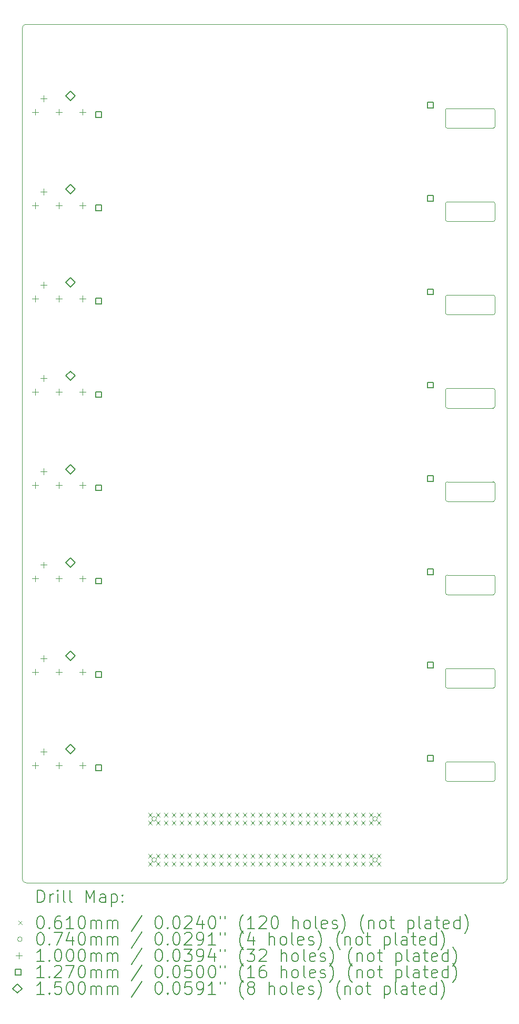
<source format=gbr>
%TF.GenerationSoftware,KiCad,Pcbnew,7.0.1*%
%TF.CreationDate,2023-06-01T09:09:50-04:00*%
%TF.ProjectId,backplane,6261636b-706c-4616-9e65-2e6b69636164,C*%
%TF.SameCoordinates,Original*%
%TF.FileFunction,Drillmap*%
%TF.FilePolarity,Positive*%
%FSLAX45Y45*%
G04 Gerber Fmt 4.5, Leading zero omitted, Abs format (unit mm)*
G04 Created by KiCad (PCBNEW 7.0.1) date 2023-06-01 09:09:50*
%MOMM*%
%LPD*%
G01*
G04 APERTURE LIST*
%ADD10C,0.050000*%
%ADD11C,0.200000*%
%ADD12C,0.060960*%
%ADD13C,0.074000*%
%ADD14C,0.100000*%
%ADD15C,0.127000*%
%ADD16C,0.150000*%
G04 APERTURE END LIST*
D10*
X13600000Y-17530000D02*
X13600000Y-3850000D01*
X13540000Y-17590000D02*
G75*
G03*
X13600000Y-17530000I0J60000D01*
G01*
X13540000Y-3790000D02*
X5860000Y-3790000D01*
X5860000Y-3790000D02*
G75*
G03*
X5800000Y-3850000I0J-60000D01*
G01*
X13600000Y-3850000D02*
G75*
G03*
X13540000Y-3790000I-60000J0D01*
G01*
X12643300Y-15958300D02*
X13381700Y-15958300D01*
X13381700Y-15958300D02*
G75*
G03*
X13411300Y-15928700I0J29600D01*
G01*
X13411300Y-15928700D02*
X13411300Y-15673300D01*
X13411300Y-15673300D02*
G75*
G03*
X13381700Y-15643700I-29600J0D01*
G01*
X12643300Y-15643700D02*
G75*
G03*
X12613700Y-15673300I0J-29600D01*
G01*
X12643300Y-15643700D02*
X13381700Y-15643700D01*
X12613700Y-5428700D02*
X12613700Y-5173300D01*
X12613700Y-5428700D02*
G75*
G03*
X12643300Y-5458300I29600J0D01*
G01*
X12643300Y-5458300D02*
X13381700Y-5458300D01*
X13381700Y-5458300D02*
G75*
G03*
X13411300Y-5428700I0J29600D01*
G01*
X12643300Y-5143700D02*
G75*
G03*
X12613700Y-5173300I0J-29600D01*
G01*
X12643300Y-5143700D02*
X13381700Y-5143700D01*
X13411300Y-5173300D02*
G75*
G03*
X13381700Y-5143700I-29600J0D01*
G01*
X13411300Y-5428700D02*
X13411300Y-5173300D01*
X13381700Y-14458300D02*
G75*
G03*
X13411300Y-14428700I0J29600D01*
G01*
X12643300Y-14458300D02*
X13381700Y-14458300D01*
X12613700Y-14428700D02*
G75*
G03*
X12643300Y-14458300I29600J0D01*
G01*
X12613700Y-9928700D02*
G75*
G03*
X12643300Y-9958300I29600J0D01*
G01*
X13411300Y-11173300D02*
G75*
G03*
X13381700Y-11143700I-29600J0D01*
G01*
X13411300Y-14173300D02*
G75*
G03*
X13381700Y-14143700I-29600J0D01*
G01*
X12613700Y-11428700D02*
X12613700Y-11173300D01*
X12643300Y-6643700D02*
G75*
G03*
X12613700Y-6673300I0J-29600D01*
G01*
X12643300Y-9643700D02*
X13381700Y-9643700D01*
X12643300Y-8143700D02*
G75*
G03*
X12613700Y-8173300I0J-29600D01*
G01*
X12643300Y-11143700D02*
G75*
G03*
X12613700Y-11173300I0J-29600D01*
G01*
X12643300Y-11458300D02*
X13381700Y-11458300D01*
X12613700Y-12928700D02*
X12613700Y-12673300D01*
X13381700Y-6958300D02*
G75*
G03*
X13411300Y-6928700I0J29600D01*
G01*
X12643300Y-8143700D02*
X13381700Y-8143700D01*
X13381700Y-11458300D02*
G75*
G03*
X13411300Y-11428700I0J29600D01*
G01*
X13411300Y-6928700D02*
X13411300Y-6673300D01*
X12613700Y-6928700D02*
X12613700Y-6673300D01*
X13411300Y-14428700D02*
X13411300Y-14173300D01*
X12613700Y-14428700D02*
X12613700Y-14173300D01*
X12643300Y-6643700D02*
X13381700Y-6643700D01*
X12613700Y-8428700D02*
X12613700Y-8173300D01*
X13381700Y-12958300D02*
G75*
G03*
X13411300Y-12928700I0J29600D01*
G01*
X13411300Y-9928700D02*
X13411300Y-9673300D01*
X12613700Y-11428700D02*
G75*
G03*
X12643300Y-11458300I29600J0D01*
G01*
X13411300Y-12673300D02*
G75*
G03*
X13381700Y-12643700I-29600J0D01*
G01*
X13411300Y-9673300D02*
G75*
G03*
X13381700Y-9643700I-29600J0D01*
G01*
X12613700Y-15928700D02*
G75*
G03*
X12643300Y-15958300I29600J0D01*
G01*
X5800000Y-17530000D02*
X5800000Y-3850000D01*
X5800000Y-17530000D02*
G75*
G03*
X5860000Y-17590000I60000J0D01*
G01*
X12613700Y-8428700D02*
G75*
G03*
X12643300Y-8458300I29600J0D01*
G01*
X5860000Y-17590000D02*
X13540000Y-17590000D01*
X12643300Y-8458300D02*
X13381700Y-8458300D01*
X13411300Y-8173300D02*
G75*
G03*
X13381700Y-8143700I-29600J0D01*
G01*
X12643300Y-12643700D02*
G75*
G03*
X12613700Y-12673300I0J-29600D01*
G01*
X13411300Y-12928700D02*
X13411300Y-12673300D01*
X12643300Y-12643700D02*
X13381700Y-12643700D01*
X13411300Y-11428700D02*
X13411300Y-11173300D01*
X13411300Y-8428700D02*
X13411300Y-8173300D01*
X13381700Y-8458300D02*
G75*
G03*
X13411300Y-8428700I0J29600D01*
G01*
X12613700Y-6928700D02*
G75*
G03*
X12643300Y-6958300I29600J0D01*
G01*
X12643300Y-12958300D02*
X13381700Y-12958300D01*
X12643300Y-9958300D02*
X13381700Y-9958300D01*
X12643300Y-14143700D02*
X13381700Y-14143700D01*
X12613700Y-9928700D02*
X12613700Y-9673300D01*
X12613700Y-12928700D02*
G75*
G03*
X12643300Y-12958300I29600J0D01*
G01*
X13411300Y-6673300D02*
G75*
G03*
X13381700Y-6643700I-29600J0D01*
G01*
X13381700Y-9958300D02*
G75*
G03*
X13411300Y-9928700I0J29600D01*
G01*
X12643300Y-14143700D02*
G75*
G03*
X12613700Y-14173300I0J-29600D01*
G01*
X12643300Y-6958300D02*
X13381700Y-6958300D01*
X12613700Y-15928700D02*
X12613700Y-15673300D01*
X12643300Y-9643700D02*
G75*
G03*
X12613700Y-9673300I0J-29600D01*
G01*
X12643300Y-11143700D02*
X13381700Y-11143700D01*
D11*
D12*
X7828020Y-16467320D02*
X7888980Y-16528280D01*
X7888980Y-16467320D02*
X7828020Y-16528280D01*
X7828020Y-16594320D02*
X7888980Y-16655280D01*
X7888980Y-16594320D02*
X7828020Y-16655280D01*
X7828020Y-17127720D02*
X7888980Y-17188680D01*
X7888980Y-17127720D02*
X7828020Y-17188680D01*
X7828020Y-17254720D02*
X7888980Y-17315680D01*
X7888980Y-17254720D02*
X7828020Y-17315680D01*
X7955020Y-16467320D02*
X8015980Y-16528280D01*
X8015980Y-16467320D02*
X7955020Y-16528280D01*
X7955020Y-16594320D02*
X8015980Y-16655280D01*
X8015980Y-16594320D02*
X7955020Y-16655280D01*
X7955020Y-17127720D02*
X8015980Y-17188680D01*
X8015980Y-17127720D02*
X7955020Y-17188680D01*
X7955020Y-17254720D02*
X8015980Y-17315680D01*
X8015980Y-17254720D02*
X7955020Y-17315680D01*
X8082020Y-16467320D02*
X8142980Y-16528280D01*
X8142980Y-16467320D02*
X8082020Y-16528280D01*
X8082020Y-16594320D02*
X8142980Y-16655280D01*
X8142980Y-16594320D02*
X8082020Y-16655280D01*
X8082020Y-17127720D02*
X8142980Y-17188680D01*
X8142980Y-17127720D02*
X8082020Y-17188680D01*
X8082020Y-17254720D02*
X8142980Y-17315680D01*
X8142980Y-17254720D02*
X8082020Y-17315680D01*
X8209020Y-16467320D02*
X8269980Y-16528280D01*
X8269980Y-16467320D02*
X8209020Y-16528280D01*
X8209020Y-16594320D02*
X8269980Y-16655280D01*
X8269980Y-16594320D02*
X8209020Y-16655280D01*
X8209020Y-17127720D02*
X8269980Y-17188680D01*
X8269980Y-17127720D02*
X8209020Y-17188680D01*
X8209020Y-17254720D02*
X8269980Y-17315680D01*
X8269980Y-17254720D02*
X8209020Y-17315680D01*
X8336020Y-16467320D02*
X8396980Y-16528280D01*
X8396980Y-16467320D02*
X8336020Y-16528280D01*
X8336020Y-16594320D02*
X8396980Y-16655280D01*
X8396980Y-16594320D02*
X8336020Y-16655280D01*
X8336020Y-17127720D02*
X8396980Y-17188680D01*
X8396980Y-17127720D02*
X8336020Y-17188680D01*
X8336020Y-17254720D02*
X8396980Y-17315680D01*
X8396980Y-17254720D02*
X8336020Y-17315680D01*
X8463020Y-16467320D02*
X8523980Y-16528280D01*
X8523980Y-16467320D02*
X8463020Y-16528280D01*
X8463020Y-16594320D02*
X8523980Y-16655280D01*
X8523980Y-16594320D02*
X8463020Y-16655280D01*
X8463020Y-17127720D02*
X8523980Y-17188680D01*
X8523980Y-17127720D02*
X8463020Y-17188680D01*
X8463020Y-17254720D02*
X8523980Y-17315680D01*
X8523980Y-17254720D02*
X8463020Y-17315680D01*
X8590020Y-16467320D02*
X8650980Y-16528280D01*
X8650980Y-16467320D02*
X8590020Y-16528280D01*
X8590020Y-16594320D02*
X8650980Y-16655280D01*
X8650980Y-16594320D02*
X8590020Y-16655280D01*
X8590020Y-17127720D02*
X8650980Y-17188680D01*
X8650980Y-17127720D02*
X8590020Y-17188680D01*
X8590020Y-17254720D02*
X8650980Y-17315680D01*
X8650980Y-17254720D02*
X8590020Y-17315680D01*
X8717020Y-16467320D02*
X8777980Y-16528280D01*
X8777980Y-16467320D02*
X8717020Y-16528280D01*
X8717020Y-16594320D02*
X8777980Y-16655280D01*
X8777980Y-16594320D02*
X8717020Y-16655280D01*
X8717020Y-17127720D02*
X8777980Y-17188680D01*
X8777980Y-17127720D02*
X8717020Y-17188680D01*
X8717020Y-17254720D02*
X8777980Y-17315680D01*
X8777980Y-17254720D02*
X8717020Y-17315680D01*
X8844020Y-16467320D02*
X8904980Y-16528280D01*
X8904980Y-16467320D02*
X8844020Y-16528280D01*
X8844020Y-16594320D02*
X8904980Y-16655280D01*
X8904980Y-16594320D02*
X8844020Y-16655280D01*
X8844020Y-17127720D02*
X8904980Y-17188680D01*
X8904980Y-17127720D02*
X8844020Y-17188680D01*
X8844020Y-17254720D02*
X8904980Y-17315680D01*
X8904980Y-17254720D02*
X8844020Y-17315680D01*
X8971020Y-16467320D02*
X9031980Y-16528280D01*
X9031980Y-16467320D02*
X8971020Y-16528280D01*
X8971020Y-16594320D02*
X9031980Y-16655280D01*
X9031980Y-16594320D02*
X8971020Y-16655280D01*
X8971020Y-17127720D02*
X9031980Y-17188680D01*
X9031980Y-17127720D02*
X8971020Y-17188680D01*
X8971020Y-17254720D02*
X9031980Y-17315680D01*
X9031980Y-17254720D02*
X8971020Y-17315680D01*
X9098020Y-16467320D02*
X9158980Y-16528280D01*
X9158980Y-16467320D02*
X9098020Y-16528280D01*
X9098020Y-16594320D02*
X9158980Y-16655280D01*
X9158980Y-16594320D02*
X9098020Y-16655280D01*
X9098020Y-17127720D02*
X9158980Y-17188680D01*
X9158980Y-17127720D02*
X9098020Y-17188680D01*
X9098020Y-17254720D02*
X9158980Y-17315680D01*
X9158980Y-17254720D02*
X9098020Y-17315680D01*
X9225020Y-16467320D02*
X9285980Y-16528280D01*
X9285980Y-16467320D02*
X9225020Y-16528280D01*
X9225020Y-16594320D02*
X9285980Y-16655280D01*
X9285980Y-16594320D02*
X9225020Y-16655280D01*
X9225020Y-17127720D02*
X9285980Y-17188680D01*
X9285980Y-17127720D02*
X9225020Y-17188680D01*
X9225020Y-17254720D02*
X9285980Y-17315680D01*
X9285980Y-17254720D02*
X9225020Y-17315680D01*
X9352020Y-16467320D02*
X9412980Y-16528280D01*
X9412980Y-16467320D02*
X9352020Y-16528280D01*
X9352020Y-16594320D02*
X9412980Y-16655280D01*
X9412980Y-16594320D02*
X9352020Y-16655280D01*
X9352020Y-17127720D02*
X9412980Y-17188680D01*
X9412980Y-17127720D02*
X9352020Y-17188680D01*
X9352020Y-17254720D02*
X9412980Y-17315680D01*
X9412980Y-17254720D02*
X9352020Y-17315680D01*
X9479020Y-16467320D02*
X9539980Y-16528280D01*
X9539980Y-16467320D02*
X9479020Y-16528280D01*
X9479020Y-16594320D02*
X9539980Y-16655280D01*
X9539980Y-16594320D02*
X9479020Y-16655280D01*
X9479020Y-17127720D02*
X9539980Y-17188680D01*
X9539980Y-17127720D02*
X9479020Y-17188680D01*
X9479020Y-17254720D02*
X9539980Y-17315680D01*
X9539980Y-17254720D02*
X9479020Y-17315680D01*
X9606020Y-16467320D02*
X9666980Y-16528280D01*
X9666980Y-16467320D02*
X9606020Y-16528280D01*
X9606020Y-16594320D02*
X9666980Y-16655280D01*
X9666980Y-16594320D02*
X9606020Y-16655280D01*
X9606020Y-17127720D02*
X9666980Y-17188680D01*
X9666980Y-17127720D02*
X9606020Y-17188680D01*
X9606020Y-17254720D02*
X9666980Y-17315680D01*
X9666980Y-17254720D02*
X9606020Y-17315680D01*
X9733020Y-16467320D02*
X9793980Y-16528280D01*
X9793980Y-16467320D02*
X9733020Y-16528280D01*
X9733020Y-16594320D02*
X9793980Y-16655280D01*
X9793980Y-16594320D02*
X9733020Y-16655280D01*
X9733020Y-17127720D02*
X9793980Y-17188680D01*
X9793980Y-17127720D02*
X9733020Y-17188680D01*
X9733020Y-17254720D02*
X9793980Y-17315680D01*
X9793980Y-17254720D02*
X9733020Y-17315680D01*
X9860020Y-16467320D02*
X9920980Y-16528280D01*
X9920980Y-16467320D02*
X9860020Y-16528280D01*
X9860020Y-16594320D02*
X9920980Y-16655280D01*
X9920980Y-16594320D02*
X9860020Y-16655280D01*
X9860020Y-17127720D02*
X9920980Y-17188680D01*
X9920980Y-17127720D02*
X9860020Y-17188680D01*
X9860020Y-17254720D02*
X9920980Y-17315680D01*
X9920980Y-17254720D02*
X9860020Y-17315680D01*
X9987020Y-16467320D02*
X10047980Y-16528280D01*
X10047980Y-16467320D02*
X9987020Y-16528280D01*
X9987020Y-16594320D02*
X10047980Y-16655280D01*
X10047980Y-16594320D02*
X9987020Y-16655280D01*
X9987020Y-17127720D02*
X10047980Y-17188680D01*
X10047980Y-17127720D02*
X9987020Y-17188680D01*
X9987020Y-17254720D02*
X10047980Y-17315680D01*
X10047980Y-17254720D02*
X9987020Y-17315680D01*
X10114020Y-16467320D02*
X10174980Y-16528280D01*
X10174980Y-16467320D02*
X10114020Y-16528280D01*
X10114020Y-16594320D02*
X10174980Y-16655280D01*
X10174980Y-16594320D02*
X10114020Y-16655280D01*
X10114020Y-17127720D02*
X10174980Y-17188680D01*
X10174980Y-17127720D02*
X10114020Y-17188680D01*
X10114020Y-17254720D02*
X10174980Y-17315680D01*
X10174980Y-17254720D02*
X10114020Y-17315680D01*
X10241020Y-16467320D02*
X10301980Y-16528280D01*
X10301980Y-16467320D02*
X10241020Y-16528280D01*
X10241020Y-16594320D02*
X10301980Y-16655280D01*
X10301980Y-16594320D02*
X10241020Y-16655280D01*
X10241020Y-17127720D02*
X10301980Y-17188680D01*
X10301980Y-17127720D02*
X10241020Y-17188680D01*
X10241020Y-17254720D02*
X10301980Y-17315680D01*
X10301980Y-17254720D02*
X10241020Y-17315680D01*
X10368020Y-16467320D02*
X10428980Y-16528280D01*
X10428980Y-16467320D02*
X10368020Y-16528280D01*
X10368020Y-16594320D02*
X10428980Y-16655280D01*
X10428980Y-16594320D02*
X10368020Y-16655280D01*
X10368020Y-17127720D02*
X10428980Y-17188680D01*
X10428980Y-17127720D02*
X10368020Y-17188680D01*
X10368020Y-17254720D02*
X10428980Y-17315680D01*
X10428980Y-17254720D02*
X10368020Y-17315680D01*
X10495020Y-16467320D02*
X10555980Y-16528280D01*
X10555980Y-16467320D02*
X10495020Y-16528280D01*
X10495020Y-16594320D02*
X10555980Y-16655280D01*
X10555980Y-16594320D02*
X10495020Y-16655280D01*
X10495020Y-17127720D02*
X10555980Y-17188680D01*
X10555980Y-17127720D02*
X10495020Y-17188680D01*
X10495020Y-17254720D02*
X10555980Y-17315680D01*
X10555980Y-17254720D02*
X10495020Y-17315680D01*
X10622020Y-16467320D02*
X10682980Y-16528280D01*
X10682980Y-16467320D02*
X10622020Y-16528280D01*
X10622020Y-16594320D02*
X10682980Y-16655280D01*
X10682980Y-16594320D02*
X10622020Y-16655280D01*
X10622020Y-17127720D02*
X10682980Y-17188680D01*
X10682980Y-17127720D02*
X10622020Y-17188680D01*
X10622020Y-17254720D02*
X10682980Y-17315680D01*
X10682980Y-17254720D02*
X10622020Y-17315680D01*
X10749020Y-16467320D02*
X10809980Y-16528280D01*
X10809980Y-16467320D02*
X10749020Y-16528280D01*
X10749020Y-16594320D02*
X10809980Y-16655280D01*
X10809980Y-16594320D02*
X10749020Y-16655280D01*
X10749020Y-17127720D02*
X10809980Y-17188680D01*
X10809980Y-17127720D02*
X10749020Y-17188680D01*
X10749020Y-17254720D02*
X10809980Y-17315680D01*
X10809980Y-17254720D02*
X10749020Y-17315680D01*
X10876020Y-16467320D02*
X10936980Y-16528280D01*
X10936980Y-16467320D02*
X10876020Y-16528280D01*
X10876020Y-16594320D02*
X10936980Y-16655280D01*
X10936980Y-16594320D02*
X10876020Y-16655280D01*
X10876020Y-17127720D02*
X10936980Y-17188680D01*
X10936980Y-17127720D02*
X10876020Y-17188680D01*
X10876020Y-17254720D02*
X10936980Y-17315680D01*
X10936980Y-17254720D02*
X10876020Y-17315680D01*
X11003020Y-16467320D02*
X11063980Y-16528280D01*
X11063980Y-16467320D02*
X11003020Y-16528280D01*
X11003020Y-16594320D02*
X11063980Y-16655280D01*
X11063980Y-16594320D02*
X11003020Y-16655280D01*
X11003020Y-17127720D02*
X11063980Y-17188680D01*
X11063980Y-17127720D02*
X11003020Y-17188680D01*
X11003020Y-17254720D02*
X11063980Y-17315680D01*
X11063980Y-17254720D02*
X11003020Y-17315680D01*
X11130020Y-16467320D02*
X11190980Y-16528280D01*
X11190980Y-16467320D02*
X11130020Y-16528280D01*
X11130020Y-16594320D02*
X11190980Y-16655280D01*
X11190980Y-16594320D02*
X11130020Y-16655280D01*
X11130020Y-17127720D02*
X11190980Y-17188680D01*
X11190980Y-17127720D02*
X11130020Y-17188680D01*
X11130020Y-17254720D02*
X11190980Y-17315680D01*
X11190980Y-17254720D02*
X11130020Y-17315680D01*
X11257020Y-16467320D02*
X11317980Y-16528280D01*
X11317980Y-16467320D02*
X11257020Y-16528280D01*
X11257020Y-16594320D02*
X11317980Y-16655280D01*
X11317980Y-16594320D02*
X11257020Y-16655280D01*
X11257020Y-17127720D02*
X11317980Y-17188680D01*
X11317980Y-17127720D02*
X11257020Y-17188680D01*
X11257020Y-17254720D02*
X11317980Y-17315680D01*
X11317980Y-17254720D02*
X11257020Y-17315680D01*
X11384020Y-16467320D02*
X11444980Y-16528280D01*
X11444980Y-16467320D02*
X11384020Y-16528280D01*
X11384020Y-16594320D02*
X11444980Y-16655280D01*
X11444980Y-16594320D02*
X11384020Y-16655280D01*
X11384020Y-17127720D02*
X11444980Y-17188680D01*
X11444980Y-17127720D02*
X11384020Y-17188680D01*
X11384020Y-17254720D02*
X11444980Y-17315680D01*
X11444980Y-17254720D02*
X11384020Y-17315680D01*
X11511020Y-16467320D02*
X11571980Y-16528280D01*
X11571980Y-16467320D02*
X11511020Y-16528280D01*
X11511020Y-16594320D02*
X11571980Y-16655280D01*
X11571980Y-16594320D02*
X11511020Y-16655280D01*
X11511020Y-17127720D02*
X11571980Y-17188680D01*
X11571980Y-17127720D02*
X11511020Y-17188680D01*
X11511020Y-17254720D02*
X11571980Y-17315680D01*
X11571980Y-17254720D02*
X11511020Y-17315680D01*
D13*
X7959000Y-16561300D02*
G75*
G03*
X7959000Y-16561300I-37000J0D01*
G01*
X7959000Y-17221700D02*
G75*
G03*
X7959000Y-17221700I-37000J0D01*
G01*
X11515000Y-16561300D02*
G75*
G03*
X11515000Y-16561300I-37000J0D01*
G01*
X11515000Y-17221700D02*
G75*
G03*
X11515000Y-17221700I-37000J0D01*
G01*
D14*
X6007000Y-5150000D02*
X6007000Y-5250000D01*
X5957000Y-5200000D02*
X6057000Y-5200000D01*
X6007000Y-6650000D02*
X6007000Y-6750000D01*
X5957000Y-6700000D02*
X6057000Y-6700000D01*
X6007000Y-8150000D02*
X6007000Y-8250000D01*
X5957000Y-8200000D02*
X6057000Y-8200000D01*
X6007000Y-9650000D02*
X6007000Y-9750000D01*
X5957000Y-9700000D02*
X6057000Y-9700000D01*
X6007000Y-11150000D02*
X6007000Y-11250000D01*
X5957000Y-11200000D02*
X6057000Y-11200000D01*
X6007000Y-12650000D02*
X6007000Y-12750000D01*
X5957000Y-12700000D02*
X6057000Y-12700000D01*
X6007000Y-14150000D02*
X6007000Y-14250000D01*
X5957000Y-14200000D02*
X6057000Y-14200000D01*
X6007001Y-15649999D02*
X6007001Y-15749999D01*
X5957001Y-15699999D02*
X6057001Y-15699999D01*
X6147000Y-4930000D02*
X6147000Y-5030000D01*
X6097000Y-4980000D02*
X6197000Y-4980000D01*
X6147000Y-6430000D02*
X6147000Y-6530000D01*
X6097000Y-6480000D02*
X6197000Y-6480000D01*
X6147000Y-7930000D02*
X6147000Y-8030000D01*
X6097000Y-7980000D02*
X6197000Y-7980000D01*
X6147000Y-9430000D02*
X6147000Y-9530000D01*
X6097000Y-9480000D02*
X6197000Y-9480000D01*
X6147000Y-10930000D02*
X6147000Y-11030000D01*
X6097000Y-10980000D02*
X6197000Y-10980000D01*
X6147000Y-12430000D02*
X6147000Y-12530000D01*
X6097000Y-12480000D02*
X6197000Y-12480000D01*
X6147000Y-13930000D02*
X6147000Y-14030000D01*
X6097000Y-13980000D02*
X6197000Y-13980000D01*
X6147001Y-15429999D02*
X6147001Y-15529999D01*
X6097001Y-15479999D02*
X6197001Y-15479999D01*
X6387000Y-5150000D02*
X6387000Y-5250000D01*
X6337000Y-5200000D02*
X6437000Y-5200000D01*
X6387000Y-6650000D02*
X6387000Y-6750000D01*
X6337000Y-6700000D02*
X6437000Y-6700000D01*
X6387000Y-8150000D02*
X6387000Y-8250000D01*
X6337000Y-8200000D02*
X6437000Y-8200000D01*
X6387000Y-9650000D02*
X6387000Y-9750000D01*
X6337000Y-9700000D02*
X6437000Y-9700000D01*
X6387000Y-11150000D02*
X6387000Y-11250000D01*
X6337000Y-11200000D02*
X6437000Y-11200000D01*
X6387000Y-12650000D02*
X6387000Y-12750000D01*
X6337000Y-12700000D02*
X6437000Y-12700000D01*
X6387000Y-14150000D02*
X6387000Y-14250000D01*
X6337000Y-14200000D02*
X6437000Y-14200000D01*
X6387001Y-15649999D02*
X6387001Y-15749999D01*
X6337001Y-15699999D02*
X6437001Y-15699999D01*
X6767000Y-5150000D02*
X6767000Y-5250000D01*
X6717000Y-5200000D02*
X6817000Y-5200000D01*
X6767000Y-6650000D02*
X6767000Y-6750000D01*
X6717000Y-6700000D02*
X6817000Y-6700000D01*
X6767000Y-8150000D02*
X6767000Y-8250000D01*
X6717000Y-8200000D02*
X6817000Y-8200000D01*
X6767000Y-9650000D02*
X6767000Y-9750000D01*
X6717000Y-9700000D02*
X6817000Y-9700000D01*
X6767000Y-11150000D02*
X6767000Y-11250000D01*
X6717000Y-11200000D02*
X6817000Y-11200000D01*
X6767000Y-12650000D02*
X6767000Y-12750000D01*
X6717000Y-12700000D02*
X6817000Y-12700000D01*
X6767000Y-14150000D02*
X6767000Y-14250000D01*
X6717000Y-14200000D02*
X6817000Y-14200000D01*
X6767001Y-15649999D02*
X6767001Y-15749999D01*
X6717001Y-15699999D02*
X6817001Y-15699999D01*
D15*
X7074902Y-5284902D02*
X7074902Y-5195098D01*
X6985098Y-5195098D01*
X6985098Y-5284902D01*
X7074902Y-5284902D01*
X7074902Y-6784902D02*
X7074902Y-6695098D01*
X6985098Y-6695098D01*
X6985098Y-6784902D01*
X7074902Y-6784902D01*
X7074902Y-8284902D02*
X7074902Y-8195098D01*
X6985098Y-8195098D01*
X6985098Y-8284902D01*
X7074902Y-8284902D01*
X7074902Y-9784902D02*
X7074902Y-9695098D01*
X6985098Y-9695098D01*
X6985098Y-9784902D01*
X7074902Y-9784902D01*
X7074902Y-11284902D02*
X7074902Y-11195098D01*
X6985098Y-11195098D01*
X6985098Y-11284902D01*
X7074902Y-11284902D01*
X7074902Y-12784902D02*
X7074902Y-12695098D01*
X6985098Y-12695098D01*
X6985098Y-12784902D01*
X7074902Y-12784902D01*
X7074902Y-14284902D02*
X7074902Y-14195098D01*
X6985098Y-14195098D01*
X6985098Y-14284902D01*
X7074902Y-14284902D01*
X7074903Y-15784901D02*
X7074903Y-15695098D01*
X6985099Y-15695098D01*
X6985099Y-15784901D01*
X7074903Y-15784901D01*
X12414902Y-5134902D02*
X12414902Y-5045098D01*
X12325098Y-5045098D01*
X12325098Y-5134902D01*
X12414902Y-5134902D01*
X12414902Y-6634902D02*
X12414902Y-6545098D01*
X12325098Y-6545098D01*
X12325098Y-6634902D01*
X12414902Y-6634902D01*
X12414902Y-8134902D02*
X12414902Y-8045098D01*
X12325098Y-8045098D01*
X12325098Y-8134902D01*
X12414902Y-8134902D01*
X12414902Y-9634902D02*
X12414902Y-9545098D01*
X12325098Y-9545098D01*
X12325098Y-9634902D01*
X12414902Y-9634902D01*
X12414902Y-11134902D02*
X12414902Y-11045098D01*
X12325098Y-11045098D01*
X12325098Y-11134902D01*
X12414902Y-11134902D01*
X12414902Y-12634902D02*
X12414902Y-12545098D01*
X12325098Y-12545098D01*
X12325098Y-12634902D01*
X12414902Y-12634902D01*
X12414902Y-14134902D02*
X12414902Y-14045098D01*
X12325098Y-14045098D01*
X12325098Y-14134902D01*
X12414902Y-14134902D01*
X12414903Y-15634901D02*
X12414903Y-15545098D01*
X12325099Y-15545098D01*
X12325099Y-15634901D01*
X12414903Y-15634901D01*
D16*
X6577000Y-5016000D02*
X6652000Y-4941000D01*
X6577000Y-4866000D01*
X6502000Y-4941000D01*
X6577000Y-5016000D01*
X6577000Y-6516000D02*
X6652000Y-6441000D01*
X6577000Y-6366000D01*
X6502000Y-6441000D01*
X6577000Y-6516000D01*
X6577000Y-8016000D02*
X6652000Y-7941000D01*
X6577000Y-7866000D01*
X6502000Y-7941000D01*
X6577000Y-8016000D01*
X6577000Y-9516000D02*
X6652000Y-9441000D01*
X6577000Y-9366000D01*
X6502000Y-9441000D01*
X6577000Y-9516000D01*
X6577000Y-11016000D02*
X6652000Y-10941000D01*
X6577000Y-10866000D01*
X6502000Y-10941000D01*
X6577000Y-11016000D01*
X6577000Y-12516000D02*
X6652000Y-12441000D01*
X6577000Y-12366000D01*
X6502000Y-12441000D01*
X6577000Y-12516000D01*
X6577000Y-14016000D02*
X6652000Y-13941000D01*
X6577000Y-13866000D01*
X6502000Y-13941000D01*
X6577000Y-14016000D01*
X6577001Y-15515999D02*
X6652001Y-15440999D01*
X6577001Y-15365999D01*
X6502001Y-15440999D01*
X6577001Y-15515999D01*
D11*
X6045119Y-17905024D02*
X6045119Y-17705024D01*
X6045119Y-17705024D02*
X6092738Y-17705024D01*
X6092738Y-17705024D02*
X6121309Y-17714548D01*
X6121309Y-17714548D02*
X6140357Y-17733595D01*
X6140357Y-17733595D02*
X6149881Y-17752643D01*
X6149881Y-17752643D02*
X6159405Y-17790738D01*
X6159405Y-17790738D02*
X6159405Y-17819310D01*
X6159405Y-17819310D02*
X6149881Y-17857405D01*
X6149881Y-17857405D02*
X6140357Y-17876452D01*
X6140357Y-17876452D02*
X6121309Y-17895500D01*
X6121309Y-17895500D02*
X6092738Y-17905024D01*
X6092738Y-17905024D02*
X6045119Y-17905024D01*
X6245119Y-17905024D02*
X6245119Y-17771690D01*
X6245119Y-17809786D02*
X6254643Y-17790738D01*
X6254643Y-17790738D02*
X6264167Y-17781214D01*
X6264167Y-17781214D02*
X6283214Y-17771690D01*
X6283214Y-17771690D02*
X6302262Y-17771690D01*
X6368928Y-17905024D02*
X6368928Y-17771690D01*
X6368928Y-17705024D02*
X6359405Y-17714548D01*
X6359405Y-17714548D02*
X6368928Y-17724071D01*
X6368928Y-17724071D02*
X6378452Y-17714548D01*
X6378452Y-17714548D02*
X6368928Y-17705024D01*
X6368928Y-17705024D02*
X6368928Y-17724071D01*
X6492738Y-17905024D02*
X6473690Y-17895500D01*
X6473690Y-17895500D02*
X6464167Y-17876452D01*
X6464167Y-17876452D02*
X6464167Y-17705024D01*
X6597500Y-17905024D02*
X6578452Y-17895500D01*
X6578452Y-17895500D02*
X6568928Y-17876452D01*
X6568928Y-17876452D02*
X6568928Y-17705024D01*
X6826071Y-17905024D02*
X6826071Y-17705024D01*
X6826071Y-17705024D02*
X6892738Y-17847881D01*
X6892738Y-17847881D02*
X6959405Y-17705024D01*
X6959405Y-17705024D02*
X6959405Y-17905024D01*
X7140357Y-17905024D02*
X7140357Y-17800262D01*
X7140357Y-17800262D02*
X7130833Y-17781214D01*
X7130833Y-17781214D02*
X7111786Y-17771690D01*
X7111786Y-17771690D02*
X7073690Y-17771690D01*
X7073690Y-17771690D02*
X7054643Y-17781214D01*
X7140357Y-17895500D02*
X7121309Y-17905024D01*
X7121309Y-17905024D02*
X7073690Y-17905024D01*
X7073690Y-17905024D02*
X7054643Y-17895500D01*
X7054643Y-17895500D02*
X7045119Y-17876452D01*
X7045119Y-17876452D02*
X7045119Y-17857405D01*
X7045119Y-17857405D02*
X7054643Y-17838357D01*
X7054643Y-17838357D02*
X7073690Y-17828833D01*
X7073690Y-17828833D02*
X7121309Y-17828833D01*
X7121309Y-17828833D02*
X7140357Y-17819310D01*
X7235595Y-17771690D02*
X7235595Y-17971690D01*
X7235595Y-17781214D02*
X7254643Y-17771690D01*
X7254643Y-17771690D02*
X7292738Y-17771690D01*
X7292738Y-17771690D02*
X7311786Y-17781214D01*
X7311786Y-17781214D02*
X7321309Y-17790738D01*
X7321309Y-17790738D02*
X7330833Y-17809786D01*
X7330833Y-17809786D02*
X7330833Y-17866929D01*
X7330833Y-17866929D02*
X7321309Y-17885976D01*
X7321309Y-17885976D02*
X7311786Y-17895500D01*
X7311786Y-17895500D02*
X7292738Y-17905024D01*
X7292738Y-17905024D02*
X7254643Y-17905024D01*
X7254643Y-17905024D02*
X7235595Y-17895500D01*
X7416548Y-17885976D02*
X7426071Y-17895500D01*
X7426071Y-17895500D02*
X7416548Y-17905024D01*
X7416548Y-17905024D02*
X7407024Y-17895500D01*
X7407024Y-17895500D02*
X7416548Y-17885976D01*
X7416548Y-17885976D02*
X7416548Y-17905024D01*
X7416548Y-17781214D02*
X7426071Y-17790738D01*
X7426071Y-17790738D02*
X7416548Y-17800262D01*
X7416548Y-17800262D02*
X7407024Y-17790738D01*
X7407024Y-17790738D02*
X7416548Y-17781214D01*
X7416548Y-17781214D02*
X7416548Y-17800262D01*
D12*
X5736540Y-18202020D02*
X5797500Y-18262980D01*
X5797500Y-18202020D02*
X5736540Y-18262980D01*
D11*
X6083214Y-18125024D02*
X6102262Y-18125024D01*
X6102262Y-18125024D02*
X6121309Y-18134548D01*
X6121309Y-18134548D02*
X6130833Y-18144071D01*
X6130833Y-18144071D02*
X6140357Y-18163119D01*
X6140357Y-18163119D02*
X6149881Y-18201214D01*
X6149881Y-18201214D02*
X6149881Y-18248833D01*
X6149881Y-18248833D02*
X6140357Y-18286929D01*
X6140357Y-18286929D02*
X6130833Y-18305976D01*
X6130833Y-18305976D02*
X6121309Y-18315500D01*
X6121309Y-18315500D02*
X6102262Y-18325024D01*
X6102262Y-18325024D02*
X6083214Y-18325024D01*
X6083214Y-18325024D02*
X6064167Y-18315500D01*
X6064167Y-18315500D02*
X6054643Y-18305976D01*
X6054643Y-18305976D02*
X6045119Y-18286929D01*
X6045119Y-18286929D02*
X6035595Y-18248833D01*
X6035595Y-18248833D02*
X6035595Y-18201214D01*
X6035595Y-18201214D02*
X6045119Y-18163119D01*
X6045119Y-18163119D02*
X6054643Y-18144071D01*
X6054643Y-18144071D02*
X6064167Y-18134548D01*
X6064167Y-18134548D02*
X6083214Y-18125024D01*
X6235595Y-18305976D02*
X6245119Y-18315500D01*
X6245119Y-18315500D02*
X6235595Y-18325024D01*
X6235595Y-18325024D02*
X6226071Y-18315500D01*
X6226071Y-18315500D02*
X6235595Y-18305976D01*
X6235595Y-18305976D02*
X6235595Y-18325024D01*
X6416548Y-18125024D02*
X6378452Y-18125024D01*
X6378452Y-18125024D02*
X6359405Y-18134548D01*
X6359405Y-18134548D02*
X6349881Y-18144071D01*
X6349881Y-18144071D02*
X6330833Y-18172643D01*
X6330833Y-18172643D02*
X6321309Y-18210738D01*
X6321309Y-18210738D02*
X6321309Y-18286929D01*
X6321309Y-18286929D02*
X6330833Y-18305976D01*
X6330833Y-18305976D02*
X6340357Y-18315500D01*
X6340357Y-18315500D02*
X6359405Y-18325024D01*
X6359405Y-18325024D02*
X6397500Y-18325024D01*
X6397500Y-18325024D02*
X6416548Y-18315500D01*
X6416548Y-18315500D02*
X6426071Y-18305976D01*
X6426071Y-18305976D02*
X6435595Y-18286929D01*
X6435595Y-18286929D02*
X6435595Y-18239310D01*
X6435595Y-18239310D02*
X6426071Y-18220262D01*
X6426071Y-18220262D02*
X6416548Y-18210738D01*
X6416548Y-18210738D02*
X6397500Y-18201214D01*
X6397500Y-18201214D02*
X6359405Y-18201214D01*
X6359405Y-18201214D02*
X6340357Y-18210738D01*
X6340357Y-18210738D02*
X6330833Y-18220262D01*
X6330833Y-18220262D02*
X6321309Y-18239310D01*
X6626071Y-18325024D02*
X6511786Y-18325024D01*
X6568928Y-18325024D02*
X6568928Y-18125024D01*
X6568928Y-18125024D02*
X6549881Y-18153595D01*
X6549881Y-18153595D02*
X6530833Y-18172643D01*
X6530833Y-18172643D02*
X6511786Y-18182167D01*
X6749881Y-18125024D02*
X6768929Y-18125024D01*
X6768929Y-18125024D02*
X6787976Y-18134548D01*
X6787976Y-18134548D02*
X6797500Y-18144071D01*
X6797500Y-18144071D02*
X6807024Y-18163119D01*
X6807024Y-18163119D02*
X6816548Y-18201214D01*
X6816548Y-18201214D02*
X6816548Y-18248833D01*
X6816548Y-18248833D02*
X6807024Y-18286929D01*
X6807024Y-18286929D02*
X6797500Y-18305976D01*
X6797500Y-18305976D02*
X6787976Y-18315500D01*
X6787976Y-18315500D02*
X6768929Y-18325024D01*
X6768929Y-18325024D02*
X6749881Y-18325024D01*
X6749881Y-18325024D02*
X6730833Y-18315500D01*
X6730833Y-18315500D02*
X6721309Y-18305976D01*
X6721309Y-18305976D02*
X6711786Y-18286929D01*
X6711786Y-18286929D02*
X6702262Y-18248833D01*
X6702262Y-18248833D02*
X6702262Y-18201214D01*
X6702262Y-18201214D02*
X6711786Y-18163119D01*
X6711786Y-18163119D02*
X6721309Y-18144071D01*
X6721309Y-18144071D02*
X6730833Y-18134548D01*
X6730833Y-18134548D02*
X6749881Y-18125024D01*
X6902262Y-18325024D02*
X6902262Y-18191690D01*
X6902262Y-18210738D02*
X6911786Y-18201214D01*
X6911786Y-18201214D02*
X6930833Y-18191690D01*
X6930833Y-18191690D02*
X6959405Y-18191690D01*
X6959405Y-18191690D02*
X6978452Y-18201214D01*
X6978452Y-18201214D02*
X6987976Y-18220262D01*
X6987976Y-18220262D02*
X6987976Y-18325024D01*
X6987976Y-18220262D02*
X6997500Y-18201214D01*
X6997500Y-18201214D02*
X7016548Y-18191690D01*
X7016548Y-18191690D02*
X7045119Y-18191690D01*
X7045119Y-18191690D02*
X7064167Y-18201214D01*
X7064167Y-18201214D02*
X7073690Y-18220262D01*
X7073690Y-18220262D02*
X7073690Y-18325024D01*
X7168929Y-18325024D02*
X7168929Y-18191690D01*
X7168929Y-18210738D02*
X7178452Y-18201214D01*
X7178452Y-18201214D02*
X7197500Y-18191690D01*
X7197500Y-18191690D02*
X7226071Y-18191690D01*
X7226071Y-18191690D02*
X7245119Y-18201214D01*
X7245119Y-18201214D02*
X7254643Y-18220262D01*
X7254643Y-18220262D02*
X7254643Y-18325024D01*
X7254643Y-18220262D02*
X7264167Y-18201214D01*
X7264167Y-18201214D02*
X7283214Y-18191690D01*
X7283214Y-18191690D02*
X7311786Y-18191690D01*
X7311786Y-18191690D02*
X7330833Y-18201214D01*
X7330833Y-18201214D02*
X7340357Y-18220262D01*
X7340357Y-18220262D02*
X7340357Y-18325024D01*
X7730833Y-18115500D02*
X7559405Y-18372643D01*
X7987976Y-18125024D02*
X8007024Y-18125024D01*
X8007024Y-18125024D02*
X8026072Y-18134548D01*
X8026072Y-18134548D02*
X8035595Y-18144071D01*
X8035595Y-18144071D02*
X8045119Y-18163119D01*
X8045119Y-18163119D02*
X8054643Y-18201214D01*
X8054643Y-18201214D02*
X8054643Y-18248833D01*
X8054643Y-18248833D02*
X8045119Y-18286929D01*
X8045119Y-18286929D02*
X8035595Y-18305976D01*
X8035595Y-18305976D02*
X8026072Y-18315500D01*
X8026072Y-18315500D02*
X8007024Y-18325024D01*
X8007024Y-18325024D02*
X7987976Y-18325024D01*
X7987976Y-18325024D02*
X7968929Y-18315500D01*
X7968929Y-18315500D02*
X7959405Y-18305976D01*
X7959405Y-18305976D02*
X7949881Y-18286929D01*
X7949881Y-18286929D02*
X7940357Y-18248833D01*
X7940357Y-18248833D02*
X7940357Y-18201214D01*
X7940357Y-18201214D02*
X7949881Y-18163119D01*
X7949881Y-18163119D02*
X7959405Y-18144071D01*
X7959405Y-18144071D02*
X7968929Y-18134548D01*
X7968929Y-18134548D02*
X7987976Y-18125024D01*
X8140357Y-18305976D02*
X8149881Y-18315500D01*
X8149881Y-18315500D02*
X8140357Y-18325024D01*
X8140357Y-18325024D02*
X8130833Y-18315500D01*
X8130833Y-18315500D02*
X8140357Y-18305976D01*
X8140357Y-18305976D02*
X8140357Y-18325024D01*
X8273691Y-18125024D02*
X8292738Y-18125024D01*
X8292738Y-18125024D02*
X8311786Y-18134548D01*
X8311786Y-18134548D02*
X8321310Y-18144071D01*
X8321310Y-18144071D02*
X8330833Y-18163119D01*
X8330833Y-18163119D02*
X8340357Y-18201214D01*
X8340357Y-18201214D02*
X8340357Y-18248833D01*
X8340357Y-18248833D02*
X8330833Y-18286929D01*
X8330833Y-18286929D02*
X8321310Y-18305976D01*
X8321310Y-18305976D02*
X8311786Y-18315500D01*
X8311786Y-18315500D02*
X8292738Y-18325024D01*
X8292738Y-18325024D02*
X8273691Y-18325024D01*
X8273691Y-18325024D02*
X8254643Y-18315500D01*
X8254643Y-18315500D02*
X8245119Y-18305976D01*
X8245119Y-18305976D02*
X8235595Y-18286929D01*
X8235595Y-18286929D02*
X8226072Y-18248833D01*
X8226072Y-18248833D02*
X8226072Y-18201214D01*
X8226072Y-18201214D02*
X8235595Y-18163119D01*
X8235595Y-18163119D02*
X8245119Y-18144071D01*
X8245119Y-18144071D02*
X8254643Y-18134548D01*
X8254643Y-18134548D02*
X8273691Y-18125024D01*
X8416548Y-18144071D02*
X8426072Y-18134548D01*
X8426072Y-18134548D02*
X8445119Y-18125024D01*
X8445119Y-18125024D02*
X8492738Y-18125024D01*
X8492738Y-18125024D02*
X8511786Y-18134548D01*
X8511786Y-18134548D02*
X8521310Y-18144071D01*
X8521310Y-18144071D02*
X8530834Y-18163119D01*
X8530834Y-18163119D02*
X8530834Y-18182167D01*
X8530834Y-18182167D02*
X8521310Y-18210738D01*
X8521310Y-18210738D02*
X8407024Y-18325024D01*
X8407024Y-18325024D02*
X8530834Y-18325024D01*
X8702262Y-18191690D02*
X8702262Y-18325024D01*
X8654643Y-18115500D02*
X8607024Y-18258357D01*
X8607024Y-18258357D02*
X8730834Y-18258357D01*
X8845119Y-18125024D02*
X8864167Y-18125024D01*
X8864167Y-18125024D02*
X8883215Y-18134548D01*
X8883215Y-18134548D02*
X8892738Y-18144071D01*
X8892738Y-18144071D02*
X8902262Y-18163119D01*
X8902262Y-18163119D02*
X8911786Y-18201214D01*
X8911786Y-18201214D02*
X8911786Y-18248833D01*
X8911786Y-18248833D02*
X8902262Y-18286929D01*
X8902262Y-18286929D02*
X8892738Y-18305976D01*
X8892738Y-18305976D02*
X8883215Y-18315500D01*
X8883215Y-18315500D02*
X8864167Y-18325024D01*
X8864167Y-18325024D02*
X8845119Y-18325024D01*
X8845119Y-18325024D02*
X8826072Y-18315500D01*
X8826072Y-18315500D02*
X8816548Y-18305976D01*
X8816548Y-18305976D02*
X8807024Y-18286929D01*
X8807024Y-18286929D02*
X8797500Y-18248833D01*
X8797500Y-18248833D02*
X8797500Y-18201214D01*
X8797500Y-18201214D02*
X8807024Y-18163119D01*
X8807024Y-18163119D02*
X8816548Y-18144071D01*
X8816548Y-18144071D02*
X8826072Y-18134548D01*
X8826072Y-18134548D02*
X8845119Y-18125024D01*
X8987976Y-18125024D02*
X8987976Y-18163119D01*
X9064167Y-18125024D02*
X9064167Y-18163119D01*
X9359405Y-18401214D02*
X9349881Y-18391690D01*
X9349881Y-18391690D02*
X9330834Y-18363119D01*
X9330834Y-18363119D02*
X9321310Y-18344071D01*
X9321310Y-18344071D02*
X9311786Y-18315500D01*
X9311786Y-18315500D02*
X9302262Y-18267881D01*
X9302262Y-18267881D02*
X9302262Y-18229786D01*
X9302262Y-18229786D02*
X9311786Y-18182167D01*
X9311786Y-18182167D02*
X9321310Y-18153595D01*
X9321310Y-18153595D02*
X9330834Y-18134548D01*
X9330834Y-18134548D02*
X9349881Y-18105976D01*
X9349881Y-18105976D02*
X9359405Y-18096452D01*
X9540357Y-18325024D02*
X9426072Y-18325024D01*
X9483215Y-18325024D02*
X9483215Y-18125024D01*
X9483215Y-18125024D02*
X9464167Y-18153595D01*
X9464167Y-18153595D02*
X9445119Y-18172643D01*
X9445119Y-18172643D02*
X9426072Y-18182167D01*
X9616548Y-18144071D02*
X9626072Y-18134548D01*
X9626072Y-18134548D02*
X9645119Y-18125024D01*
X9645119Y-18125024D02*
X9692738Y-18125024D01*
X9692738Y-18125024D02*
X9711786Y-18134548D01*
X9711786Y-18134548D02*
X9721310Y-18144071D01*
X9721310Y-18144071D02*
X9730834Y-18163119D01*
X9730834Y-18163119D02*
X9730834Y-18182167D01*
X9730834Y-18182167D02*
X9721310Y-18210738D01*
X9721310Y-18210738D02*
X9607024Y-18325024D01*
X9607024Y-18325024D02*
X9730834Y-18325024D01*
X9854643Y-18125024D02*
X9873691Y-18125024D01*
X9873691Y-18125024D02*
X9892738Y-18134548D01*
X9892738Y-18134548D02*
X9902262Y-18144071D01*
X9902262Y-18144071D02*
X9911786Y-18163119D01*
X9911786Y-18163119D02*
X9921310Y-18201214D01*
X9921310Y-18201214D02*
X9921310Y-18248833D01*
X9921310Y-18248833D02*
X9911786Y-18286929D01*
X9911786Y-18286929D02*
X9902262Y-18305976D01*
X9902262Y-18305976D02*
X9892738Y-18315500D01*
X9892738Y-18315500D02*
X9873691Y-18325024D01*
X9873691Y-18325024D02*
X9854643Y-18325024D01*
X9854643Y-18325024D02*
X9835596Y-18315500D01*
X9835596Y-18315500D02*
X9826072Y-18305976D01*
X9826072Y-18305976D02*
X9816548Y-18286929D01*
X9816548Y-18286929D02*
X9807024Y-18248833D01*
X9807024Y-18248833D02*
X9807024Y-18201214D01*
X9807024Y-18201214D02*
X9816548Y-18163119D01*
X9816548Y-18163119D02*
X9826072Y-18144071D01*
X9826072Y-18144071D02*
X9835596Y-18134548D01*
X9835596Y-18134548D02*
X9854643Y-18125024D01*
X10159405Y-18325024D02*
X10159405Y-18125024D01*
X10245119Y-18325024D02*
X10245119Y-18220262D01*
X10245119Y-18220262D02*
X10235596Y-18201214D01*
X10235596Y-18201214D02*
X10216548Y-18191690D01*
X10216548Y-18191690D02*
X10187977Y-18191690D01*
X10187977Y-18191690D02*
X10168929Y-18201214D01*
X10168929Y-18201214D02*
X10159405Y-18210738D01*
X10368929Y-18325024D02*
X10349881Y-18315500D01*
X10349881Y-18315500D02*
X10340358Y-18305976D01*
X10340358Y-18305976D02*
X10330834Y-18286929D01*
X10330834Y-18286929D02*
X10330834Y-18229786D01*
X10330834Y-18229786D02*
X10340358Y-18210738D01*
X10340358Y-18210738D02*
X10349881Y-18201214D01*
X10349881Y-18201214D02*
X10368929Y-18191690D01*
X10368929Y-18191690D02*
X10397500Y-18191690D01*
X10397500Y-18191690D02*
X10416548Y-18201214D01*
X10416548Y-18201214D02*
X10426072Y-18210738D01*
X10426072Y-18210738D02*
X10435596Y-18229786D01*
X10435596Y-18229786D02*
X10435596Y-18286929D01*
X10435596Y-18286929D02*
X10426072Y-18305976D01*
X10426072Y-18305976D02*
X10416548Y-18315500D01*
X10416548Y-18315500D02*
X10397500Y-18325024D01*
X10397500Y-18325024D02*
X10368929Y-18325024D01*
X10549881Y-18325024D02*
X10530834Y-18315500D01*
X10530834Y-18315500D02*
X10521310Y-18296452D01*
X10521310Y-18296452D02*
X10521310Y-18125024D01*
X10702262Y-18315500D02*
X10683215Y-18325024D01*
X10683215Y-18325024D02*
X10645119Y-18325024D01*
X10645119Y-18325024D02*
X10626072Y-18315500D01*
X10626072Y-18315500D02*
X10616548Y-18296452D01*
X10616548Y-18296452D02*
X10616548Y-18220262D01*
X10616548Y-18220262D02*
X10626072Y-18201214D01*
X10626072Y-18201214D02*
X10645119Y-18191690D01*
X10645119Y-18191690D02*
X10683215Y-18191690D01*
X10683215Y-18191690D02*
X10702262Y-18201214D01*
X10702262Y-18201214D02*
X10711786Y-18220262D01*
X10711786Y-18220262D02*
X10711786Y-18239310D01*
X10711786Y-18239310D02*
X10616548Y-18258357D01*
X10787977Y-18315500D02*
X10807024Y-18325024D01*
X10807024Y-18325024D02*
X10845119Y-18325024D01*
X10845119Y-18325024D02*
X10864167Y-18315500D01*
X10864167Y-18315500D02*
X10873691Y-18296452D01*
X10873691Y-18296452D02*
X10873691Y-18286929D01*
X10873691Y-18286929D02*
X10864167Y-18267881D01*
X10864167Y-18267881D02*
X10845119Y-18258357D01*
X10845119Y-18258357D02*
X10816548Y-18258357D01*
X10816548Y-18258357D02*
X10797500Y-18248833D01*
X10797500Y-18248833D02*
X10787977Y-18229786D01*
X10787977Y-18229786D02*
X10787977Y-18220262D01*
X10787977Y-18220262D02*
X10797500Y-18201214D01*
X10797500Y-18201214D02*
X10816548Y-18191690D01*
X10816548Y-18191690D02*
X10845119Y-18191690D01*
X10845119Y-18191690D02*
X10864167Y-18201214D01*
X10940358Y-18401214D02*
X10949881Y-18391690D01*
X10949881Y-18391690D02*
X10968929Y-18363119D01*
X10968929Y-18363119D02*
X10978453Y-18344071D01*
X10978453Y-18344071D02*
X10987977Y-18315500D01*
X10987977Y-18315500D02*
X10997500Y-18267881D01*
X10997500Y-18267881D02*
X10997500Y-18229786D01*
X10997500Y-18229786D02*
X10987977Y-18182167D01*
X10987977Y-18182167D02*
X10978453Y-18153595D01*
X10978453Y-18153595D02*
X10968929Y-18134548D01*
X10968929Y-18134548D02*
X10949881Y-18105976D01*
X10949881Y-18105976D02*
X10940358Y-18096452D01*
X11302262Y-18401214D02*
X11292738Y-18391690D01*
X11292738Y-18391690D02*
X11273691Y-18363119D01*
X11273691Y-18363119D02*
X11264167Y-18344071D01*
X11264167Y-18344071D02*
X11254643Y-18315500D01*
X11254643Y-18315500D02*
X11245119Y-18267881D01*
X11245119Y-18267881D02*
X11245119Y-18229786D01*
X11245119Y-18229786D02*
X11254643Y-18182167D01*
X11254643Y-18182167D02*
X11264167Y-18153595D01*
X11264167Y-18153595D02*
X11273691Y-18134548D01*
X11273691Y-18134548D02*
X11292738Y-18105976D01*
X11292738Y-18105976D02*
X11302262Y-18096452D01*
X11378453Y-18191690D02*
X11378453Y-18325024D01*
X11378453Y-18210738D02*
X11387977Y-18201214D01*
X11387977Y-18201214D02*
X11407024Y-18191690D01*
X11407024Y-18191690D02*
X11435596Y-18191690D01*
X11435596Y-18191690D02*
X11454643Y-18201214D01*
X11454643Y-18201214D02*
X11464167Y-18220262D01*
X11464167Y-18220262D02*
X11464167Y-18325024D01*
X11587977Y-18325024D02*
X11568929Y-18315500D01*
X11568929Y-18315500D02*
X11559405Y-18305976D01*
X11559405Y-18305976D02*
X11549881Y-18286929D01*
X11549881Y-18286929D02*
X11549881Y-18229786D01*
X11549881Y-18229786D02*
X11559405Y-18210738D01*
X11559405Y-18210738D02*
X11568929Y-18201214D01*
X11568929Y-18201214D02*
X11587977Y-18191690D01*
X11587977Y-18191690D02*
X11616548Y-18191690D01*
X11616548Y-18191690D02*
X11635596Y-18201214D01*
X11635596Y-18201214D02*
X11645119Y-18210738D01*
X11645119Y-18210738D02*
X11654643Y-18229786D01*
X11654643Y-18229786D02*
X11654643Y-18286929D01*
X11654643Y-18286929D02*
X11645119Y-18305976D01*
X11645119Y-18305976D02*
X11635596Y-18315500D01*
X11635596Y-18315500D02*
X11616548Y-18325024D01*
X11616548Y-18325024D02*
X11587977Y-18325024D01*
X11711786Y-18191690D02*
X11787977Y-18191690D01*
X11740358Y-18125024D02*
X11740358Y-18296452D01*
X11740358Y-18296452D02*
X11749881Y-18315500D01*
X11749881Y-18315500D02*
X11768929Y-18325024D01*
X11768929Y-18325024D02*
X11787977Y-18325024D01*
X12007024Y-18191690D02*
X12007024Y-18391690D01*
X12007024Y-18201214D02*
X12026072Y-18191690D01*
X12026072Y-18191690D02*
X12064167Y-18191690D01*
X12064167Y-18191690D02*
X12083215Y-18201214D01*
X12083215Y-18201214D02*
X12092739Y-18210738D01*
X12092739Y-18210738D02*
X12102262Y-18229786D01*
X12102262Y-18229786D02*
X12102262Y-18286929D01*
X12102262Y-18286929D02*
X12092739Y-18305976D01*
X12092739Y-18305976D02*
X12083215Y-18315500D01*
X12083215Y-18315500D02*
X12064167Y-18325024D01*
X12064167Y-18325024D02*
X12026072Y-18325024D01*
X12026072Y-18325024D02*
X12007024Y-18315500D01*
X12216548Y-18325024D02*
X12197500Y-18315500D01*
X12197500Y-18315500D02*
X12187977Y-18296452D01*
X12187977Y-18296452D02*
X12187977Y-18125024D01*
X12378453Y-18325024D02*
X12378453Y-18220262D01*
X12378453Y-18220262D02*
X12368929Y-18201214D01*
X12368929Y-18201214D02*
X12349881Y-18191690D01*
X12349881Y-18191690D02*
X12311786Y-18191690D01*
X12311786Y-18191690D02*
X12292739Y-18201214D01*
X12378453Y-18315500D02*
X12359405Y-18325024D01*
X12359405Y-18325024D02*
X12311786Y-18325024D01*
X12311786Y-18325024D02*
X12292739Y-18315500D01*
X12292739Y-18315500D02*
X12283215Y-18296452D01*
X12283215Y-18296452D02*
X12283215Y-18277405D01*
X12283215Y-18277405D02*
X12292739Y-18258357D01*
X12292739Y-18258357D02*
X12311786Y-18248833D01*
X12311786Y-18248833D02*
X12359405Y-18248833D01*
X12359405Y-18248833D02*
X12378453Y-18239310D01*
X12445120Y-18191690D02*
X12521310Y-18191690D01*
X12473691Y-18125024D02*
X12473691Y-18296452D01*
X12473691Y-18296452D02*
X12483215Y-18315500D01*
X12483215Y-18315500D02*
X12502262Y-18325024D01*
X12502262Y-18325024D02*
X12521310Y-18325024D01*
X12664167Y-18315500D02*
X12645120Y-18325024D01*
X12645120Y-18325024D02*
X12607024Y-18325024D01*
X12607024Y-18325024D02*
X12587977Y-18315500D01*
X12587977Y-18315500D02*
X12578453Y-18296452D01*
X12578453Y-18296452D02*
X12578453Y-18220262D01*
X12578453Y-18220262D02*
X12587977Y-18201214D01*
X12587977Y-18201214D02*
X12607024Y-18191690D01*
X12607024Y-18191690D02*
X12645120Y-18191690D01*
X12645120Y-18191690D02*
X12664167Y-18201214D01*
X12664167Y-18201214D02*
X12673691Y-18220262D01*
X12673691Y-18220262D02*
X12673691Y-18239310D01*
X12673691Y-18239310D02*
X12578453Y-18258357D01*
X12845120Y-18325024D02*
X12845120Y-18125024D01*
X12845120Y-18315500D02*
X12826072Y-18325024D01*
X12826072Y-18325024D02*
X12787977Y-18325024D01*
X12787977Y-18325024D02*
X12768929Y-18315500D01*
X12768929Y-18315500D02*
X12759405Y-18305976D01*
X12759405Y-18305976D02*
X12749881Y-18286929D01*
X12749881Y-18286929D02*
X12749881Y-18229786D01*
X12749881Y-18229786D02*
X12759405Y-18210738D01*
X12759405Y-18210738D02*
X12768929Y-18201214D01*
X12768929Y-18201214D02*
X12787977Y-18191690D01*
X12787977Y-18191690D02*
X12826072Y-18191690D01*
X12826072Y-18191690D02*
X12845120Y-18201214D01*
X12921310Y-18401214D02*
X12930834Y-18391690D01*
X12930834Y-18391690D02*
X12949881Y-18363119D01*
X12949881Y-18363119D02*
X12959405Y-18344071D01*
X12959405Y-18344071D02*
X12968929Y-18315500D01*
X12968929Y-18315500D02*
X12978453Y-18267881D01*
X12978453Y-18267881D02*
X12978453Y-18229786D01*
X12978453Y-18229786D02*
X12968929Y-18182167D01*
X12968929Y-18182167D02*
X12959405Y-18153595D01*
X12959405Y-18153595D02*
X12949881Y-18134548D01*
X12949881Y-18134548D02*
X12930834Y-18105976D01*
X12930834Y-18105976D02*
X12921310Y-18096452D01*
D13*
X5797500Y-18496500D02*
G75*
G03*
X5797500Y-18496500I-37000J0D01*
G01*
D11*
X6083214Y-18389024D02*
X6102262Y-18389024D01*
X6102262Y-18389024D02*
X6121309Y-18398548D01*
X6121309Y-18398548D02*
X6130833Y-18408071D01*
X6130833Y-18408071D02*
X6140357Y-18427119D01*
X6140357Y-18427119D02*
X6149881Y-18465214D01*
X6149881Y-18465214D02*
X6149881Y-18512833D01*
X6149881Y-18512833D02*
X6140357Y-18550929D01*
X6140357Y-18550929D02*
X6130833Y-18569976D01*
X6130833Y-18569976D02*
X6121309Y-18579500D01*
X6121309Y-18579500D02*
X6102262Y-18589024D01*
X6102262Y-18589024D02*
X6083214Y-18589024D01*
X6083214Y-18589024D02*
X6064167Y-18579500D01*
X6064167Y-18579500D02*
X6054643Y-18569976D01*
X6054643Y-18569976D02*
X6045119Y-18550929D01*
X6045119Y-18550929D02*
X6035595Y-18512833D01*
X6035595Y-18512833D02*
X6035595Y-18465214D01*
X6035595Y-18465214D02*
X6045119Y-18427119D01*
X6045119Y-18427119D02*
X6054643Y-18408071D01*
X6054643Y-18408071D02*
X6064167Y-18398548D01*
X6064167Y-18398548D02*
X6083214Y-18389024D01*
X6235595Y-18569976D02*
X6245119Y-18579500D01*
X6245119Y-18579500D02*
X6235595Y-18589024D01*
X6235595Y-18589024D02*
X6226071Y-18579500D01*
X6226071Y-18579500D02*
X6235595Y-18569976D01*
X6235595Y-18569976D02*
X6235595Y-18589024D01*
X6311786Y-18389024D02*
X6445119Y-18389024D01*
X6445119Y-18389024D02*
X6359405Y-18589024D01*
X6607024Y-18455690D02*
X6607024Y-18589024D01*
X6559405Y-18379500D02*
X6511786Y-18522357D01*
X6511786Y-18522357D02*
X6635595Y-18522357D01*
X6749881Y-18389024D02*
X6768929Y-18389024D01*
X6768929Y-18389024D02*
X6787976Y-18398548D01*
X6787976Y-18398548D02*
X6797500Y-18408071D01*
X6797500Y-18408071D02*
X6807024Y-18427119D01*
X6807024Y-18427119D02*
X6816548Y-18465214D01*
X6816548Y-18465214D02*
X6816548Y-18512833D01*
X6816548Y-18512833D02*
X6807024Y-18550929D01*
X6807024Y-18550929D02*
X6797500Y-18569976D01*
X6797500Y-18569976D02*
X6787976Y-18579500D01*
X6787976Y-18579500D02*
X6768929Y-18589024D01*
X6768929Y-18589024D02*
X6749881Y-18589024D01*
X6749881Y-18589024D02*
X6730833Y-18579500D01*
X6730833Y-18579500D02*
X6721309Y-18569976D01*
X6721309Y-18569976D02*
X6711786Y-18550929D01*
X6711786Y-18550929D02*
X6702262Y-18512833D01*
X6702262Y-18512833D02*
X6702262Y-18465214D01*
X6702262Y-18465214D02*
X6711786Y-18427119D01*
X6711786Y-18427119D02*
X6721309Y-18408071D01*
X6721309Y-18408071D02*
X6730833Y-18398548D01*
X6730833Y-18398548D02*
X6749881Y-18389024D01*
X6902262Y-18589024D02*
X6902262Y-18455690D01*
X6902262Y-18474738D02*
X6911786Y-18465214D01*
X6911786Y-18465214D02*
X6930833Y-18455690D01*
X6930833Y-18455690D02*
X6959405Y-18455690D01*
X6959405Y-18455690D02*
X6978452Y-18465214D01*
X6978452Y-18465214D02*
X6987976Y-18484262D01*
X6987976Y-18484262D02*
X6987976Y-18589024D01*
X6987976Y-18484262D02*
X6997500Y-18465214D01*
X6997500Y-18465214D02*
X7016548Y-18455690D01*
X7016548Y-18455690D02*
X7045119Y-18455690D01*
X7045119Y-18455690D02*
X7064167Y-18465214D01*
X7064167Y-18465214D02*
X7073690Y-18484262D01*
X7073690Y-18484262D02*
X7073690Y-18589024D01*
X7168929Y-18589024D02*
X7168929Y-18455690D01*
X7168929Y-18474738D02*
X7178452Y-18465214D01*
X7178452Y-18465214D02*
X7197500Y-18455690D01*
X7197500Y-18455690D02*
X7226071Y-18455690D01*
X7226071Y-18455690D02*
X7245119Y-18465214D01*
X7245119Y-18465214D02*
X7254643Y-18484262D01*
X7254643Y-18484262D02*
X7254643Y-18589024D01*
X7254643Y-18484262D02*
X7264167Y-18465214D01*
X7264167Y-18465214D02*
X7283214Y-18455690D01*
X7283214Y-18455690D02*
X7311786Y-18455690D01*
X7311786Y-18455690D02*
X7330833Y-18465214D01*
X7330833Y-18465214D02*
X7340357Y-18484262D01*
X7340357Y-18484262D02*
X7340357Y-18589024D01*
X7730833Y-18379500D02*
X7559405Y-18636643D01*
X7987976Y-18389024D02*
X8007024Y-18389024D01*
X8007024Y-18389024D02*
X8026072Y-18398548D01*
X8026072Y-18398548D02*
X8035595Y-18408071D01*
X8035595Y-18408071D02*
X8045119Y-18427119D01*
X8045119Y-18427119D02*
X8054643Y-18465214D01*
X8054643Y-18465214D02*
X8054643Y-18512833D01*
X8054643Y-18512833D02*
X8045119Y-18550929D01*
X8045119Y-18550929D02*
X8035595Y-18569976D01*
X8035595Y-18569976D02*
X8026072Y-18579500D01*
X8026072Y-18579500D02*
X8007024Y-18589024D01*
X8007024Y-18589024D02*
X7987976Y-18589024D01*
X7987976Y-18589024D02*
X7968929Y-18579500D01*
X7968929Y-18579500D02*
X7959405Y-18569976D01*
X7959405Y-18569976D02*
X7949881Y-18550929D01*
X7949881Y-18550929D02*
X7940357Y-18512833D01*
X7940357Y-18512833D02*
X7940357Y-18465214D01*
X7940357Y-18465214D02*
X7949881Y-18427119D01*
X7949881Y-18427119D02*
X7959405Y-18408071D01*
X7959405Y-18408071D02*
X7968929Y-18398548D01*
X7968929Y-18398548D02*
X7987976Y-18389024D01*
X8140357Y-18569976D02*
X8149881Y-18579500D01*
X8149881Y-18579500D02*
X8140357Y-18589024D01*
X8140357Y-18589024D02*
X8130833Y-18579500D01*
X8130833Y-18579500D02*
X8140357Y-18569976D01*
X8140357Y-18569976D02*
X8140357Y-18589024D01*
X8273691Y-18389024D02*
X8292738Y-18389024D01*
X8292738Y-18389024D02*
X8311786Y-18398548D01*
X8311786Y-18398548D02*
X8321310Y-18408071D01*
X8321310Y-18408071D02*
X8330833Y-18427119D01*
X8330833Y-18427119D02*
X8340357Y-18465214D01*
X8340357Y-18465214D02*
X8340357Y-18512833D01*
X8340357Y-18512833D02*
X8330833Y-18550929D01*
X8330833Y-18550929D02*
X8321310Y-18569976D01*
X8321310Y-18569976D02*
X8311786Y-18579500D01*
X8311786Y-18579500D02*
X8292738Y-18589024D01*
X8292738Y-18589024D02*
X8273691Y-18589024D01*
X8273691Y-18589024D02*
X8254643Y-18579500D01*
X8254643Y-18579500D02*
X8245119Y-18569976D01*
X8245119Y-18569976D02*
X8235595Y-18550929D01*
X8235595Y-18550929D02*
X8226072Y-18512833D01*
X8226072Y-18512833D02*
X8226072Y-18465214D01*
X8226072Y-18465214D02*
X8235595Y-18427119D01*
X8235595Y-18427119D02*
X8245119Y-18408071D01*
X8245119Y-18408071D02*
X8254643Y-18398548D01*
X8254643Y-18398548D02*
X8273691Y-18389024D01*
X8416548Y-18408071D02*
X8426072Y-18398548D01*
X8426072Y-18398548D02*
X8445119Y-18389024D01*
X8445119Y-18389024D02*
X8492738Y-18389024D01*
X8492738Y-18389024D02*
X8511786Y-18398548D01*
X8511786Y-18398548D02*
X8521310Y-18408071D01*
X8521310Y-18408071D02*
X8530834Y-18427119D01*
X8530834Y-18427119D02*
X8530834Y-18446167D01*
X8530834Y-18446167D02*
X8521310Y-18474738D01*
X8521310Y-18474738D02*
X8407024Y-18589024D01*
X8407024Y-18589024D02*
X8530834Y-18589024D01*
X8626072Y-18589024D02*
X8664167Y-18589024D01*
X8664167Y-18589024D02*
X8683215Y-18579500D01*
X8683215Y-18579500D02*
X8692738Y-18569976D01*
X8692738Y-18569976D02*
X8711786Y-18541405D01*
X8711786Y-18541405D02*
X8721310Y-18503310D01*
X8721310Y-18503310D02*
X8721310Y-18427119D01*
X8721310Y-18427119D02*
X8711786Y-18408071D01*
X8711786Y-18408071D02*
X8702262Y-18398548D01*
X8702262Y-18398548D02*
X8683215Y-18389024D01*
X8683215Y-18389024D02*
X8645119Y-18389024D01*
X8645119Y-18389024D02*
X8626072Y-18398548D01*
X8626072Y-18398548D02*
X8616548Y-18408071D01*
X8616548Y-18408071D02*
X8607024Y-18427119D01*
X8607024Y-18427119D02*
X8607024Y-18474738D01*
X8607024Y-18474738D02*
X8616548Y-18493786D01*
X8616548Y-18493786D02*
X8626072Y-18503310D01*
X8626072Y-18503310D02*
X8645119Y-18512833D01*
X8645119Y-18512833D02*
X8683215Y-18512833D01*
X8683215Y-18512833D02*
X8702262Y-18503310D01*
X8702262Y-18503310D02*
X8711786Y-18493786D01*
X8711786Y-18493786D02*
X8721310Y-18474738D01*
X8911786Y-18589024D02*
X8797500Y-18589024D01*
X8854643Y-18589024D02*
X8854643Y-18389024D01*
X8854643Y-18389024D02*
X8835595Y-18417595D01*
X8835595Y-18417595D02*
X8816548Y-18436643D01*
X8816548Y-18436643D02*
X8797500Y-18446167D01*
X8987976Y-18389024D02*
X8987976Y-18427119D01*
X9064167Y-18389024D02*
X9064167Y-18427119D01*
X9359405Y-18665214D02*
X9349881Y-18655690D01*
X9349881Y-18655690D02*
X9330834Y-18627119D01*
X9330834Y-18627119D02*
X9321310Y-18608071D01*
X9321310Y-18608071D02*
X9311786Y-18579500D01*
X9311786Y-18579500D02*
X9302262Y-18531881D01*
X9302262Y-18531881D02*
X9302262Y-18493786D01*
X9302262Y-18493786D02*
X9311786Y-18446167D01*
X9311786Y-18446167D02*
X9321310Y-18417595D01*
X9321310Y-18417595D02*
X9330834Y-18398548D01*
X9330834Y-18398548D02*
X9349881Y-18369976D01*
X9349881Y-18369976D02*
X9359405Y-18360452D01*
X9521310Y-18455690D02*
X9521310Y-18589024D01*
X9473691Y-18379500D02*
X9426072Y-18522357D01*
X9426072Y-18522357D02*
X9549881Y-18522357D01*
X9778453Y-18589024D02*
X9778453Y-18389024D01*
X9864167Y-18589024D02*
X9864167Y-18484262D01*
X9864167Y-18484262D02*
X9854643Y-18465214D01*
X9854643Y-18465214D02*
X9835596Y-18455690D01*
X9835596Y-18455690D02*
X9807024Y-18455690D01*
X9807024Y-18455690D02*
X9787977Y-18465214D01*
X9787977Y-18465214D02*
X9778453Y-18474738D01*
X9987977Y-18589024D02*
X9968929Y-18579500D01*
X9968929Y-18579500D02*
X9959405Y-18569976D01*
X9959405Y-18569976D02*
X9949881Y-18550929D01*
X9949881Y-18550929D02*
X9949881Y-18493786D01*
X9949881Y-18493786D02*
X9959405Y-18474738D01*
X9959405Y-18474738D02*
X9968929Y-18465214D01*
X9968929Y-18465214D02*
X9987977Y-18455690D01*
X9987977Y-18455690D02*
X10016548Y-18455690D01*
X10016548Y-18455690D02*
X10035596Y-18465214D01*
X10035596Y-18465214D02*
X10045119Y-18474738D01*
X10045119Y-18474738D02*
X10054643Y-18493786D01*
X10054643Y-18493786D02*
X10054643Y-18550929D01*
X10054643Y-18550929D02*
X10045119Y-18569976D01*
X10045119Y-18569976D02*
X10035596Y-18579500D01*
X10035596Y-18579500D02*
X10016548Y-18589024D01*
X10016548Y-18589024D02*
X9987977Y-18589024D01*
X10168929Y-18589024D02*
X10149881Y-18579500D01*
X10149881Y-18579500D02*
X10140358Y-18560452D01*
X10140358Y-18560452D02*
X10140358Y-18389024D01*
X10321310Y-18579500D02*
X10302262Y-18589024D01*
X10302262Y-18589024D02*
X10264167Y-18589024D01*
X10264167Y-18589024D02*
X10245119Y-18579500D01*
X10245119Y-18579500D02*
X10235596Y-18560452D01*
X10235596Y-18560452D02*
X10235596Y-18484262D01*
X10235596Y-18484262D02*
X10245119Y-18465214D01*
X10245119Y-18465214D02*
X10264167Y-18455690D01*
X10264167Y-18455690D02*
X10302262Y-18455690D01*
X10302262Y-18455690D02*
X10321310Y-18465214D01*
X10321310Y-18465214D02*
X10330834Y-18484262D01*
X10330834Y-18484262D02*
X10330834Y-18503310D01*
X10330834Y-18503310D02*
X10235596Y-18522357D01*
X10407024Y-18579500D02*
X10426072Y-18589024D01*
X10426072Y-18589024D02*
X10464167Y-18589024D01*
X10464167Y-18589024D02*
X10483215Y-18579500D01*
X10483215Y-18579500D02*
X10492739Y-18560452D01*
X10492739Y-18560452D02*
X10492739Y-18550929D01*
X10492739Y-18550929D02*
X10483215Y-18531881D01*
X10483215Y-18531881D02*
X10464167Y-18522357D01*
X10464167Y-18522357D02*
X10435596Y-18522357D01*
X10435596Y-18522357D02*
X10416548Y-18512833D01*
X10416548Y-18512833D02*
X10407024Y-18493786D01*
X10407024Y-18493786D02*
X10407024Y-18484262D01*
X10407024Y-18484262D02*
X10416548Y-18465214D01*
X10416548Y-18465214D02*
X10435596Y-18455690D01*
X10435596Y-18455690D02*
X10464167Y-18455690D01*
X10464167Y-18455690D02*
X10483215Y-18465214D01*
X10559405Y-18665214D02*
X10568929Y-18655690D01*
X10568929Y-18655690D02*
X10587977Y-18627119D01*
X10587977Y-18627119D02*
X10597500Y-18608071D01*
X10597500Y-18608071D02*
X10607024Y-18579500D01*
X10607024Y-18579500D02*
X10616548Y-18531881D01*
X10616548Y-18531881D02*
X10616548Y-18493786D01*
X10616548Y-18493786D02*
X10607024Y-18446167D01*
X10607024Y-18446167D02*
X10597500Y-18417595D01*
X10597500Y-18417595D02*
X10587977Y-18398548D01*
X10587977Y-18398548D02*
X10568929Y-18369976D01*
X10568929Y-18369976D02*
X10559405Y-18360452D01*
X10921310Y-18665214D02*
X10911786Y-18655690D01*
X10911786Y-18655690D02*
X10892739Y-18627119D01*
X10892739Y-18627119D02*
X10883215Y-18608071D01*
X10883215Y-18608071D02*
X10873691Y-18579500D01*
X10873691Y-18579500D02*
X10864167Y-18531881D01*
X10864167Y-18531881D02*
X10864167Y-18493786D01*
X10864167Y-18493786D02*
X10873691Y-18446167D01*
X10873691Y-18446167D02*
X10883215Y-18417595D01*
X10883215Y-18417595D02*
X10892739Y-18398548D01*
X10892739Y-18398548D02*
X10911786Y-18369976D01*
X10911786Y-18369976D02*
X10921310Y-18360452D01*
X10997500Y-18455690D02*
X10997500Y-18589024D01*
X10997500Y-18474738D02*
X11007024Y-18465214D01*
X11007024Y-18465214D02*
X11026072Y-18455690D01*
X11026072Y-18455690D02*
X11054643Y-18455690D01*
X11054643Y-18455690D02*
X11073691Y-18465214D01*
X11073691Y-18465214D02*
X11083215Y-18484262D01*
X11083215Y-18484262D02*
X11083215Y-18589024D01*
X11207024Y-18589024D02*
X11187977Y-18579500D01*
X11187977Y-18579500D02*
X11178453Y-18569976D01*
X11178453Y-18569976D02*
X11168929Y-18550929D01*
X11168929Y-18550929D02*
X11168929Y-18493786D01*
X11168929Y-18493786D02*
X11178453Y-18474738D01*
X11178453Y-18474738D02*
X11187977Y-18465214D01*
X11187977Y-18465214D02*
X11207024Y-18455690D01*
X11207024Y-18455690D02*
X11235596Y-18455690D01*
X11235596Y-18455690D02*
X11254643Y-18465214D01*
X11254643Y-18465214D02*
X11264167Y-18474738D01*
X11264167Y-18474738D02*
X11273691Y-18493786D01*
X11273691Y-18493786D02*
X11273691Y-18550929D01*
X11273691Y-18550929D02*
X11264167Y-18569976D01*
X11264167Y-18569976D02*
X11254643Y-18579500D01*
X11254643Y-18579500D02*
X11235596Y-18589024D01*
X11235596Y-18589024D02*
X11207024Y-18589024D01*
X11330834Y-18455690D02*
X11407024Y-18455690D01*
X11359405Y-18389024D02*
X11359405Y-18560452D01*
X11359405Y-18560452D02*
X11368929Y-18579500D01*
X11368929Y-18579500D02*
X11387977Y-18589024D01*
X11387977Y-18589024D02*
X11407024Y-18589024D01*
X11626072Y-18455690D02*
X11626072Y-18655690D01*
X11626072Y-18465214D02*
X11645119Y-18455690D01*
X11645119Y-18455690D02*
X11683215Y-18455690D01*
X11683215Y-18455690D02*
X11702262Y-18465214D01*
X11702262Y-18465214D02*
X11711786Y-18474738D01*
X11711786Y-18474738D02*
X11721310Y-18493786D01*
X11721310Y-18493786D02*
X11721310Y-18550929D01*
X11721310Y-18550929D02*
X11711786Y-18569976D01*
X11711786Y-18569976D02*
X11702262Y-18579500D01*
X11702262Y-18579500D02*
X11683215Y-18589024D01*
X11683215Y-18589024D02*
X11645119Y-18589024D01*
X11645119Y-18589024D02*
X11626072Y-18579500D01*
X11835596Y-18589024D02*
X11816548Y-18579500D01*
X11816548Y-18579500D02*
X11807024Y-18560452D01*
X11807024Y-18560452D02*
X11807024Y-18389024D01*
X11997500Y-18589024D02*
X11997500Y-18484262D01*
X11997500Y-18484262D02*
X11987977Y-18465214D01*
X11987977Y-18465214D02*
X11968929Y-18455690D01*
X11968929Y-18455690D02*
X11930834Y-18455690D01*
X11930834Y-18455690D02*
X11911786Y-18465214D01*
X11997500Y-18579500D02*
X11978453Y-18589024D01*
X11978453Y-18589024D02*
X11930834Y-18589024D01*
X11930834Y-18589024D02*
X11911786Y-18579500D01*
X11911786Y-18579500D02*
X11902262Y-18560452D01*
X11902262Y-18560452D02*
X11902262Y-18541405D01*
X11902262Y-18541405D02*
X11911786Y-18522357D01*
X11911786Y-18522357D02*
X11930834Y-18512833D01*
X11930834Y-18512833D02*
X11978453Y-18512833D01*
X11978453Y-18512833D02*
X11997500Y-18503310D01*
X12064167Y-18455690D02*
X12140358Y-18455690D01*
X12092739Y-18389024D02*
X12092739Y-18560452D01*
X12092739Y-18560452D02*
X12102262Y-18579500D01*
X12102262Y-18579500D02*
X12121310Y-18589024D01*
X12121310Y-18589024D02*
X12140358Y-18589024D01*
X12283215Y-18579500D02*
X12264167Y-18589024D01*
X12264167Y-18589024D02*
X12226072Y-18589024D01*
X12226072Y-18589024D02*
X12207024Y-18579500D01*
X12207024Y-18579500D02*
X12197500Y-18560452D01*
X12197500Y-18560452D02*
X12197500Y-18484262D01*
X12197500Y-18484262D02*
X12207024Y-18465214D01*
X12207024Y-18465214D02*
X12226072Y-18455690D01*
X12226072Y-18455690D02*
X12264167Y-18455690D01*
X12264167Y-18455690D02*
X12283215Y-18465214D01*
X12283215Y-18465214D02*
X12292739Y-18484262D01*
X12292739Y-18484262D02*
X12292739Y-18503310D01*
X12292739Y-18503310D02*
X12197500Y-18522357D01*
X12464167Y-18589024D02*
X12464167Y-18389024D01*
X12464167Y-18579500D02*
X12445120Y-18589024D01*
X12445120Y-18589024D02*
X12407024Y-18589024D01*
X12407024Y-18589024D02*
X12387977Y-18579500D01*
X12387977Y-18579500D02*
X12378453Y-18569976D01*
X12378453Y-18569976D02*
X12368929Y-18550929D01*
X12368929Y-18550929D02*
X12368929Y-18493786D01*
X12368929Y-18493786D02*
X12378453Y-18474738D01*
X12378453Y-18474738D02*
X12387977Y-18465214D01*
X12387977Y-18465214D02*
X12407024Y-18455690D01*
X12407024Y-18455690D02*
X12445120Y-18455690D01*
X12445120Y-18455690D02*
X12464167Y-18465214D01*
X12540358Y-18665214D02*
X12549881Y-18655690D01*
X12549881Y-18655690D02*
X12568929Y-18627119D01*
X12568929Y-18627119D02*
X12578453Y-18608071D01*
X12578453Y-18608071D02*
X12587977Y-18579500D01*
X12587977Y-18579500D02*
X12597500Y-18531881D01*
X12597500Y-18531881D02*
X12597500Y-18493786D01*
X12597500Y-18493786D02*
X12587977Y-18446167D01*
X12587977Y-18446167D02*
X12578453Y-18417595D01*
X12578453Y-18417595D02*
X12568929Y-18398548D01*
X12568929Y-18398548D02*
X12549881Y-18369976D01*
X12549881Y-18369976D02*
X12540358Y-18360452D01*
D14*
X5747500Y-18710500D02*
X5747500Y-18810500D01*
X5697500Y-18760500D02*
X5797500Y-18760500D01*
D11*
X6149881Y-18853024D02*
X6035595Y-18853024D01*
X6092738Y-18853024D02*
X6092738Y-18653024D01*
X6092738Y-18653024D02*
X6073690Y-18681595D01*
X6073690Y-18681595D02*
X6054643Y-18700643D01*
X6054643Y-18700643D02*
X6035595Y-18710167D01*
X6235595Y-18833976D02*
X6245119Y-18843500D01*
X6245119Y-18843500D02*
X6235595Y-18853024D01*
X6235595Y-18853024D02*
X6226071Y-18843500D01*
X6226071Y-18843500D02*
X6235595Y-18833976D01*
X6235595Y-18833976D02*
X6235595Y-18853024D01*
X6368928Y-18653024D02*
X6387976Y-18653024D01*
X6387976Y-18653024D02*
X6407024Y-18662548D01*
X6407024Y-18662548D02*
X6416548Y-18672071D01*
X6416548Y-18672071D02*
X6426071Y-18691119D01*
X6426071Y-18691119D02*
X6435595Y-18729214D01*
X6435595Y-18729214D02*
X6435595Y-18776833D01*
X6435595Y-18776833D02*
X6426071Y-18814929D01*
X6426071Y-18814929D02*
X6416548Y-18833976D01*
X6416548Y-18833976D02*
X6407024Y-18843500D01*
X6407024Y-18843500D02*
X6387976Y-18853024D01*
X6387976Y-18853024D02*
X6368928Y-18853024D01*
X6368928Y-18853024D02*
X6349881Y-18843500D01*
X6349881Y-18843500D02*
X6340357Y-18833976D01*
X6340357Y-18833976D02*
X6330833Y-18814929D01*
X6330833Y-18814929D02*
X6321309Y-18776833D01*
X6321309Y-18776833D02*
X6321309Y-18729214D01*
X6321309Y-18729214D02*
X6330833Y-18691119D01*
X6330833Y-18691119D02*
X6340357Y-18672071D01*
X6340357Y-18672071D02*
X6349881Y-18662548D01*
X6349881Y-18662548D02*
X6368928Y-18653024D01*
X6559405Y-18653024D02*
X6578452Y-18653024D01*
X6578452Y-18653024D02*
X6597500Y-18662548D01*
X6597500Y-18662548D02*
X6607024Y-18672071D01*
X6607024Y-18672071D02*
X6616548Y-18691119D01*
X6616548Y-18691119D02*
X6626071Y-18729214D01*
X6626071Y-18729214D02*
X6626071Y-18776833D01*
X6626071Y-18776833D02*
X6616548Y-18814929D01*
X6616548Y-18814929D02*
X6607024Y-18833976D01*
X6607024Y-18833976D02*
X6597500Y-18843500D01*
X6597500Y-18843500D02*
X6578452Y-18853024D01*
X6578452Y-18853024D02*
X6559405Y-18853024D01*
X6559405Y-18853024D02*
X6540357Y-18843500D01*
X6540357Y-18843500D02*
X6530833Y-18833976D01*
X6530833Y-18833976D02*
X6521309Y-18814929D01*
X6521309Y-18814929D02*
X6511786Y-18776833D01*
X6511786Y-18776833D02*
X6511786Y-18729214D01*
X6511786Y-18729214D02*
X6521309Y-18691119D01*
X6521309Y-18691119D02*
X6530833Y-18672071D01*
X6530833Y-18672071D02*
X6540357Y-18662548D01*
X6540357Y-18662548D02*
X6559405Y-18653024D01*
X6749881Y-18653024D02*
X6768929Y-18653024D01*
X6768929Y-18653024D02*
X6787976Y-18662548D01*
X6787976Y-18662548D02*
X6797500Y-18672071D01*
X6797500Y-18672071D02*
X6807024Y-18691119D01*
X6807024Y-18691119D02*
X6816548Y-18729214D01*
X6816548Y-18729214D02*
X6816548Y-18776833D01*
X6816548Y-18776833D02*
X6807024Y-18814929D01*
X6807024Y-18814929D02*
X6797500Y-18833976D01*
X6797500Y-18833976D02*
X6787976Y-18843500D01*
X6787976Y-18843500D02*
X6768929Y-18853024D01*
X6768929Y-18853024D02*
X6749881Y-18853024D01*
X6749881Y-18853024D02*
X6730833Y-18843500D01*
X6730833Y-18843500D02*
X6721309Y-18833976D01*
X6721309Y-18833976D02*
X6711786Y-18814929D01*
X6711786Y-18814929D02*
X6702262Y-18776833D01*
X6702262Y-18776833D02*
X6702262Y-18729214D01*
X6702262Y-18729214D02*
X6711786Y-18691119D01*
X6711786Y-18691119D02*
X6721309Y-18672071D01*
X6721309Y-18672071D02*
X6730833Y-18662548D01*
X6730833Y-18662548D02*
X6749881Y-18653024D01*
X6902262Y-18853024D02*
X6902262Y-18719690D01*
X6902262Y-18738738D02*
X6911786Y-18729214D01*
X6911786Y-18729214D02*
X6930833Y-18719690D01*
X6930833Y-18719690D02*
X6959405Y-18719690D01*
X6959405Y-18719690D02*
X6978452Y-18729214D01*
X6978452Y-18729214D02*
X6987976Y-18748262D01*
X6987976Y-18748262D02*
X6987976Y-18853024D01*
X6987976Y-18748262D02*
X6997500Y-18729214D01*
X6997500Y-18729214D02*
X7016548Y-18719690D01*
X7016548Y-18719690D02*
X7045119Y-18719690D01*
X7045119Y-18719690D02*
X7064167Y-18729214D01*
X7064167Y-18729214D02*
X7073690Y-18748262D01*
X7073690Y-18748262D02*
X7073690Y-18853024D01*
X7168929Y-18853024D02*
X7168929Y-18719690D01*
X7168929Y-18738738D02*
X7178452Y-18729214D01*
X7178452Y-18729214D02*
X7197500Y-18719690D01*
X7197500Y-18719690D02*
X7226071Y-18719690D01*
X7226071Y-18719690D02*
X7245119Y-18729214D01*
X7245119Y-18729214D02*
X7254643Y-18748262D01*
X7254643Y-18748262D02*
X7254643Y-18853024D01*
X7254643Y-18748262D02*
X7264167Y-18729214D01*
X7264167Y-18729214D02*
X7283214Y-18719690D01*
X7283214Y-18719690D02*
X7311786Y-18719690D01*
X7311786Y-18719690D02*
X7330833Y-18729214D01*
X7330833Y-18729214D02*
X7340357Y-18748262D01*
X7340357Y-18748262D02*
X7340357Y-18853024D01*
X7730833Y-18643500D02*
X7559405Y-18900643D01*
X7987976Y-18653024D02*
X8007024Y-18653024D01*
X8007024Y-18653024D02*
X8026072Y-18662548D01*
X8026072Y-18662548D02*
X8035595Y-18672071D01*
X8035595Y-18672071D02*
X8045119Y-18691119D01*
X8045119Y-18691119D02*
X8054643Y-18729214D01*
X8054643Y-18729214D02*
X8054643Y-18776833D01*
X8054643Y-18776833D02*
X8045119Y-18814929D01*
X8045119Y-18814929D02*
X8035595Y-18833976D01*
X8035595Y-18833976D02*
X8026072Y-18843500D01*
X8026072Y-18843500D02*
X8007024Y-18853024D01*
X8007024Y-18853024D02*
X7987976Y-18853024D01*
X7987976Y-18853024D02*
X7968929Y-18843500D01*
X7968929Y-18843500D02*
X7959405Y-18833976D01*
X7959405Y-18833976D02*
X7949881Y-18814929D01*
X7949881Y-18814929D02*
X7940357Y-18776833D01*
X7940357Y-18776833D02*
X7940357Y-18729214D01*
X7940357Y-18729214D02*
X7949881Y-18691119D01*
X7949881Y-18691119D02*
X7959405Y-18672071D01*
X7959405Y-18672071D02*
X7968929Y-18662548D01*
X7968929Y-18662548D02*
X7987976Y-18653024D01*
X8140357Y-18833976D02*
X8149881Y-18843500D01*
X8149881Y-18843500D02*
X8140357Y-18853024D01*
X8140357Y-18853024D02*
X8130833Y-18843500D01*
X8130833Y-18843500D02*
X8140357Y-18833976D01*
X8140357Y-18833976D02*
X8140357Y-18853024D01*
X8273691Y-18653024D02*
X8292738Y-18653024D01*
X8292738Y-18653024D02*
X8311786Y-18662548D01*
X8311786Y-18662548D02*
X8321310Y-18672071D01*
X8321310Y-18672071D02*
X8330833Y-18691119D01*
X8330833Y-18691119D02*
X8340357Y-18729214D01*
X8340357Y-18729214D02*
X8340357Y-18776833D01*
X8340357Y-18776833D02*
X8330833Y-18814929D01*
X8330833Y-18814929D02*
X8321310Y-18833976D01*
X8321310Y-18833976D02*
X8311786Y-18843500D01*
X8311786Y-18843500D02*
X8292738Y-18853024D01*
X8292738Y-18853024D02*
X8273691Y-18853024D01*
X8273691Y-18853024D02*
X8254643Y-18843500D01*
X8254643Y-18843500D02*
X8245119Y-18833976D01*
X8245119Y-18833976D02*
X8235595Y-18814929D01*
X8235595Y-18814929D02*
X8226072Y-18776833D01*
X8226072Y-18776833D02*
X8226072Y-18729214D01*
X8226072Y-18729214D02*
X8235595Y-18691119D01*
X8235595Y-18691119D02*
X8245119Y-18672071D01*
X8245119Y-18672071D02*
X8254643Y-18662548D01*
X8254643Y-18662548D02*
X8273691Y-18653024D01*
X8407024Y-18653024D02*
X8530834Y-18653024D01*
X8530834Y-18653024D02*
X8464167Y-18729214D01*
X8464167Y-18729214D02*
X8492738Y-18729214D01*
X8492738Y-18729214D02*
X8511786Y-18738738D01*
X8511786Y-18738738D02*
X8521310Y-18748262D01*
X8521310Y-18748262D02*
X8530834Y-18767310D01*
X8530834Y-18767310D02*
X8530834Y-18814929D01*
X8530834Y-18814929D02*
X8521310Y-18833976D01*
X8521310Y-18833976D02*
X8511786Y-18843500D01*
X8511786Y-18843500D02*
X8492738Y-18853024D01*
X8492738Y-18853024D02*
X8435595Y-18853024D01*
X8435595Y-18853024D02*
X8416548Y-18843500D01*
X8416548Y-18843500D02*
X8407024Y-18833976D01*
X8626072Y-18853024D02*
X8664167Y-18853024D01*
X8664167Y-18853024D02*
X8683215Y-18843500D01*
X8683215Y-18843500D02*
X8692738Y-18833976D01*
X8692738Y-18833976D02*
X8711786Y-18805405D01*
X8711786Y-18805405D02*
X8721310Y-18767310D01*
X8721310Y-18767310D02*
X8721310Y-18691119D01*
X8721310Y-18691119D02*
X8711786Y-18672071D01*
X8711786Y-18672071D02*
X8702262Y-18662548D01*
X8702262Y-18662548D02*
X8683215Y-18653024D01*
X8683215Y-18653024D02*
X8645119Y-18653024D01*
X8645119Y-18653024D02*
X8626072Y-18662548D01*
X8626072Y-18662548D02*
X8616548Y-18672071D01*
X8616548Y-18672071D02*
X8607024Y-18691119D01*
X8607024Y-18691119D02*
X8607024Y-18738738D01*
X8607024Y-18738738D02*
X8616548Y-18757786D01*
X8616548Y-18757786D02*
X8626072Y-18767310D01*
X8626072Y-18767310D02*
X8645119Y-18776833D01*
X8645119Y-18776833D02*
X8683215Y-18776833D01*
X8683215Y-18776833D02*
X8702262Y-18767310D01*
X8702262Y-18767310D02*
X8711786Y-18757786D01*
X8711786Y-18757786D02*
X8721310Y-18738738D01*
X8892738Y-18719690D02*
X8892738Y-18853024D01*
X8845119Y-18643500D02*
X8797500Y-18786357D01*
X8797500Y-18786357D02*
X8921310Y-18786357D01*
X8987976Y-18653024D02*
X8987976Y-18691119D01*
X9064167Y-18653024D02*
X9064167Y-18691119D01*
X9359405Y-18929214D02*
X9349881Y-18919690D01*
X9349881Y-18919690D02*
X9330834Y-18891119D01*
X9330834Y-18891119D02*
X9321310Y-18872071D01*
X9321310Y-18872071D02*
X9311786Y-18843500D01*
X9311786Y-18843500D02*
X9302262Y-18795881D01*
X9302262Y-18795881D02*
X9302262Y-18757786D01*
X9302262Y-18757786D02*
X9311786Y-18710167D01*
X9311786Y-18710167D02*
X9321310Y-18681595D01*
X9321310Y-18681595D02*
X9330834Y-18662548D01*
X9330834Y-18662548D02*
X9349881Y-18633976D01*
X9349881Y-18633976D02*
X9359405Y-18624452D01*
X9416548Y-18653024D02*
X9540357Y-18653024D01*
X9540357Y-18653024D02*
X9473691Y-18729214D01*
X9473691Y-18729214D02*
X9502262Y-18729214D01*
X9502262Y-18729214D02*
X9521310Y-18738738D01*
X9521310Y-18738738D02*
X9530834Y-18748262D01*
X9530834Y-18748262D02*
X9540357Y-18767310D01*
X9540357Y-18767310D02*
X9540357Y-18814929D01*
X9540357Y-18814929D02*
X9530834Y-18833976D01*
X9530834Y-18833976D02*
X9521310Y-18843500D01*
X9521310Y-18843500D02*
X9502262Y-18853024D01*
X9502262Y-18853024D02*
X9445119Y-18853024D01*
X9445119Y-18853024D02*
X9426072Y-18843500D01*
X9426072Y-18843500D02*
X9416548Y-18833976D01*
X9616548Y-18672071D02*
X9626072Y-18662548D01*
X9626072Y-18662548D02*
X9645119Y-18653024D01*
X9645119Y-18653024D02*
X9692738Y-18653024D01*
X9692738Y-18653024D02*
X9711786Y-18662548D01*
X9711786Y-18662548D02*
X9721310Y-18672071D01*
X9721310Y-18672071D02*
X9730834Y-18691119D01*
X9730834Y-18691119D02*
X9730834Y-18710167D01*
X9730834Y-18710167D02*
X9721310Y-18738738D01*
X9721310Y-18738738D02*
X9607024Y-18853024D01*
X9607024Y-18853024D02*
X9730834Y-18853024D01*
X9968929Y-18853024D02*
X9968929Y-18653024D01*
X10054643Y-18853024D02*
X10054643Y-18748262D01*
X10054643Y-18748262D02*
X10045119Y-18729214D01*
X10045119Y-18729214D02*
X10026072Y-18719690D01*
X10026072Y-18719690D02*
X9997500Y-18719690D01*
X9997500Y-18719690D02*
X9978453Y-18729214D01*
X9978453Y-18729214D02*
X9968929Y-18738738D01*
X10178453Y-18853024D02*
X10159405Y-18843500D01*
X10159405Y-18843500D02*
X10149881Y-18833976D01*
X10149881Y-18833976D02*
X10140358Y-18814929D01*
X10140358Y-18814929D02*
X10140358Y-18757786D01*
X10140358Y-18757786D02*
X10149881Y-18738738D01*
X10149881Y-18738738D02*
X10159405Y-18729214D01*
X10159405Y-18729214D02*
X10178453Y-18719690D01*
X10178453Y-18719690D02*
X10207024Y-18719690D01*
X10207024Y-18719690D02*
X10226072Y-18729214D01*
X10226072Y-18729214D02*
X10235596Y-18738738D01*
X10235596Y-18738738D02*
X10245119Y-18757786D01*
X10245119Y-18757786D02*
X10245119Y-18814929D01*
X10245119Y-18814929D02*
X10235596Y-18833976D01*
X10235596Y-18833976D02*
X10226072Y-18843500D01*
X10226072Y-18843500D02*
X10207024Y-18853024D01*
X10207024Y-18853024D02*
X10178453Y-18853024D01*
X10359405Y-18853024D02*
X10340358Y-18843500D01*
X10340358Y-18843500D02*
X10330834Y-18824452D01*
X10330834Y-18824452D02*
X10330834Y-18653024D01*
X10511786Y-18843500D02*
X10492739Y-18853024D01*
X10492739Y-18853024D02*
X10454643Y-18853024D01*
X10454643Y-18853024D02*
X10435596Y-18843500D01*
X10435596Y-18843500D02*
X10426072Y-18824452D01*
X10426072Y-18824452D02*
X10426072Y-18748262D01*
X10426072Y-18748262D02*
X10435596Y-18729214D01*
X10435596Y-18729214D02*
X10454643Y-18719690D01*
X10454643Y-18719690D02*
X10492739Y-18719690D01*
X10492739Y-18719690D02*
X10511786Y-18729214D01*
X10511786Y-18729214D02*
X10521310Y-18748262D01*
X10521310Y-18748262D02*
X10521310Y-18767310D01*
X10521310Y-18767310D02*
X10426072Y-18786357D01*
X10597500Y-18843500D02*
X10616548Y-18853024D01*
X10616548Y-18853024D02*
X10654643Y-18853024D01*
X10654643Y-18853024D02*
X10673691Y-18843500D01*
X10673691Y-18843500D02*
X10683215Y-18824452D01*
X10683215Y-18824452D02*
X10683215Y-18814929D01*
X10683215Y-18814929D02*
X10673691Y-18795881D01*
X10673691Y-18795881D02*
X10654643Y-18786357D01*
X10654643Y-18786357D02*
X10626072Y-18786357D01*
X10626072Y-18786357D02*
X10607024Y-18776833D01*
X10607024Y-18776833D02*
X10597500Y-18757786D01*
X10597500Y-18757786D02*
X10597500Y-18748262D01*
X10597500Y-18748262D02*
X10607024Y-18729214D01*
X10607024Y-18729214D02*
X10626072Y-18719690D01*
X10626072Y-18719690D02*
X10654643Y-18719690D01*
X10654643Y-18719690D02*
X10673691Y-18729214D01*
X10749881Y-18929214D02*
X10759405Y-18919690D01*
X10759405Y-18919690D02*
X10778453Y-18891119D01*
X10778453Y-18891119D02*
X10787977Y-18872071D01*
X10787977Y-18872071D02*
X10797500Y-18843500D01*
X10797500Y-18843500D02*
X10807024Y-18795881D01*
X10807024Y-18795881D02*
X10807024Y-18757786D01*
X10807024Y-18757786D02*
X10797500Y-18710167D01*
X10797500Y-18710167D02*
X10787977Y-18681595D01*
X10787977Y-18681595D02*
X10778453Y-18662548D01*
X10778453Y-18662548D02*
X10759405Y-18633976D01*
X10759405Y-18633976D02*
X10749881Y-18624452D01*
X11111786Y-18929214D02*
X11102262Y-18919690D01*
X11102262Y-18919690D02*
X11083215Y-18891119D01*
X11083215Y-18891119D02*
X11073691Y-18872071D01*
X11073691Y-18872071D02*
X11064167Y-18843500D01*
X11064167Y-18843500D02*
X11054643Y-18795881D01*
X11054643Y-18795881D02*
X11054643Y-18757786D01*
X11054643Y-18757786D02*
X11064167Y-18710167D01*
X11064167Y-18710167D02*
X11073691Y-18681595D01*
X11073691Y-18681595D02*
X11083215Y-18662548D01*
X11083215Y-18662548D02*
X11102262Y-18633976D01*
X11102262Y-18633976D02*
X11111786Y-18624452D01*
X11187977Y-18719690D02*
X11187977Y-18853024D01*
X11187977Y-18738738D02*
X11197500Y-18729214D01*
X11197500Y-18729214D02*
X11216548Y-18719690D01*
X11216548Y-18719690D02*
X11245119Y-18719690D01*
X11245119Y-18719690D02*
X11264167Y-18729214D01*
X11264167Y-18729214D02*
X11273691Y-18748262D01*
X11273691Y-18748262D02*
X11273691Y-18853024D01*
X11397500Y-18853024D02*
X11378453Y-18843500D01*
X11378453Y-18843500D02*
X11368929Y-18833976D01*
X11368929Y-18833976D02*
X11359405Y-18814929D01*
X11359405Y-18814929D02*
X11359405Y-18757786D01*
X11359405Y-18757786D02*
X11368929Y-18738738D01*
X11368929Y-18738738D02*
X11378453Y-18729214D01*
X11378453Y-18729214D02*
X11397500Y-18719690D01*
X11397500Y-18719690D02*
X11426072Y-18719690D01*
X11426072Y-18719690D02*
X11445119Y-18729214D01*
X11445119Y-18729214D02*
X11454643Y-18738738D01*
X11454643Y-18738738D02*
X11464167Y-18757786D01*
X11464167Y-18757786D02*
X11464167Y-18814929D01*
X11464167Y-18814929D02*
X11454643Y-18833976D01*
X11454643Y-18833976D02*
X11445119Y-18843500D01*
X11445119Y-18843500D02*
X11426072Y-18853024D01*
X11426072Y-18853024D02*
X11397500Y-18853024D01*
X11521310Y-18719690D02*
X11597500Y-18719690D01*
X11549881Y-18653024D02*
X11549881Y-18824452D01*
X11549881Y-18824452D02*
X11559405Y-18843500D01*
X11559405Y-18843500D02*
X11578453Y-18853024D01*
X11578453Y-18853024D02*
X11597500Y-18853024D01*
X11816548Y-18719690D02*
X11816548Y-18919690D01*
X11816548Y-18729214D02*
X11835596Y-18719690D01*
X11835596Y-18719690D02*
X11873691Y-18719690D01*
X11873691Y-18719690D02*
X11892739Y-18729214D01*
X11892739Y-18729214D02*
X11902262Y-18738738D01*
X11902262Y-18738738D02*
X11911786Y-18757786D01*
X11911786Y-18757786D02*
X11911786Y-18814929D01*
X11911786Y-18814929D02*
X11902262Y-18833976D01*
X11902262Y-18833976D02*
X11892739Y-18843500D01*
X11892739Y-18843500D02*
X11873691Y-18853024D01*
X11873691Y-18853024D02*
X11835596Y-18853024D01*
X11835596Y-18853024D02*
X11816548Y-18843500D01*
X12026072Y-18853024D02*
X12007024Y-18843500D01*
X12007024Y-18843500D02*
X11997500Y-18824452D01*
X11997500Y-18824452D02*
X11997500Y-18653024D01*
X12187977Y-18853024D02*
X12187977Y-18748262D01*
X12187977Y-18748262D02*
X12178453Y-18729214D01*
X12178453Y-18729214D02*
X12159405Y-18719690D01*
X12159405Y-18719690D02*
X12121310Y-18719690D01*
X12121310Y-18719690D02*
X12102262Y-18729214D01*
X12187977Y-18843500D02*
X12168929Y-18853024D01*
X12168929Y-18853024D02*
X12121310Y-18853024D01*
X12121310Y-18853024D02*
X12102262Y-18843500D01*
X12102262Y-18843500D02*
X12092739Y-18824452D01*
X12092739Y-18824452D02*
X12092739Y-18805405D01*
X12092739Y-18805405D02*
X12102262Y-18786357D01*
X12102262Y-18786357D02*
X12121310Y-18776833D01*
X12121310Y-18776833D02*
X12168929Y-18776833D01*
X12168929Y-18776833D02*
X12187977Y-18767310D01*
X12254643Y-18719690D02*
X12330834Y-18719690D01*
X12283215Y-18653024D02*
X12283215Y-18824452D01*
X12283215Y-18824452D02*
X12292739Y-18843500D01*
X12292739Y-18843500D02*
X12311786Y-18853024D01*
X12311786Y-18853024D02*
X12330834Y-18853024D01*
X12473691Y-18843500D02*
X12454643Y-18853024D01*
X12454643Y-18853024D02*
X12416548Y-18853024D01*
X12416548Y-18853024D02*
X12397500Y-18843500D01*
X12397500Y-18843500D02*
X12387977Y-18824452D01*
X12387977Y-18824452D02*
X12387977Y-18748262D01*
X12387977Y-18748262D02*
X12397500Y-18729214D01*
X12397500Y-18729214D02*
X12416548Y-18719690D01*
X12416548Y-18719690D02*
X12454643Y-18719690D01*
X12454643Y-18719690D02*
X12473691Y-18729214D01*
X12473691Y-18729214D02*
X12483215Y-18748262D01*
X12483215Y-18748262D02*
X12483215Y-18767310D01*
X12483215Y-18767310D02*
X12387977Y-18786357D01*
X12654643Y-18853024D02*
X12654643Y-18653024D01*
X12654643Y-18843500D02*
X12635596Y-18853024D01*
X12635596Y-18853024D02*
X12597500Y-18853024D01*
X12597500Y-18853024D02*
X12578453Y-18843500D01*
X12578453Y-18843500D02*
X12568929Y-18833976D01*
X12568929Y-18833976D02*
X12559405Y-18814929D01*
X12559405Y-18814929D02*
X12559405Y-18757786D01*
X12559405Y-18757786D02*
X12568929Y-18738738D01*
X12568929Y-18738738D02*
X12578453Y-18729214D01*
X12578453Y-18729214D02*
X12597500Y-18719690D01*
X12597500Y-18719690D02*
X12635596Y-18719690D01*
X12635596Y-18719690D02*
X12654643Y-18729214D01*
X12730834Y-18929214D02*
X12740358Y-18919690D01*
X12740358Y-18919690D02*
X12759405Y-18891119D01*
X12759405Y-18891119D02*
X12768929Y-18872071D01*
X12768929Y-18872071D02*
X12778453Y-18843500D01*
X12778453Y-18843500D02*
X12787977Y-18795881D01*
X12787977Y-18795881D02*
X12787977Y-18757786D01*
X12787977Y-18757786D02*
X12778453Y-18710167D01*
X12778453Y-18710167D02*
X12768929Y-18681595D01*
X12768929Y-18681595D02*
X12759405Y-18662548D01*
X12759405Y-18662548D02*
X12740358Y-18633976D01*
X12740358Y-18633976D02*
X12730834Y-18624452D01*
D15*
X5778902Y-19069402D02*
X5778902Y-18979598D01*
X5689098Y-18979598D01*
X5689098Y-19069402D01*
X5778902Y-19069402D01*
D11*
X6149881Y-19117024D02*
X6035595Y-19117024D01*
X6092738Y-19117024D02*
X6092738Y-18917024D01*
X6092738Y-18917024D02*
X6073690Y-18945595D01*
X6073690Y-18945595D02*
X6054643Y-18964643D01*
X6054643Y-18964643D02*
X6035595Y-18974167D01*
X6235595Y-19097976D02*
X6245119Y-19107500D01*
X6245119Y-19107500D02*
X6235595Y-19117024D01*
X6235595Y-19117024D02*
X6226071Y-19107500D01*
X6226071Y-19107500D02*
X6235595Y-19097976D01*
X6235595Y-19097976D02*
X6235595Y-19117024D01*
X6321309Y-18936071D02*
X6330833Y-18926548D01*
X6330833Y-18926548D02*
X6349881Y-18917024D01*
X6349881Y-18917024D02*
X6397500Y-18917024D01*
X6397500Y-18917024D02*
X6416548Y-18926548D01*
X6416548Y-18926548D02*
X6426071Y-18936071D01*
X6426071Y-18936071D02*
X6435595Y-18955119D01*
X6435595Y-18955119D02*
X6435595Y-18974167D01*
X6435595Y-18974167D02*
X6426071Y-19002738D01*
X6426071Y-19002738D02*
X6311786Y-19117024D01*
X6311786Y-19117024D02*
X6435595Y-19117024D01*
X6502262Y-18917024D02*
X6635595Y-18917024D01*
X6635595Y-18917024D02*
X6549881Y-19117024D01*
X6749881Y-18917024D02*
X6768929Y-18917024D01*
X6768929Y-18917024D02*
X6787976Y-18926548D01*
X6787976Y-18926548D02*
X6797500Y-18936071D01*
X6797500Y-18936071D02*
X6807024Y-18955119D01*
X6807024Y-18955119D02*
X6816548Y-18993214D01*
X6816548Y-18993214D02*
X6816548Y-19040833D01*
X6816548Y-19040833D02*
X6807024Y-19078929D01*
X6807024Y-19078929D02*
X6797500Y-19097976D01*
X6797500Y-19097976D02*
X6787976Y-19107500D01*
X6787976Y-19107500D02*
X6768929Y-19117024D01*
X6768929Y-19117024D02*
X6749881Y-19117024D01*
X6749881Y-19117024D02*
X6730833Y-19107500D01*
X6730833Y-19107500D02*
X6721309Y-19097976D01*
X6721309Y-19097976D02*
X6711786Y-19078929D01*
X6711786Y-19078929D02*
X6702262Y-19040833D01*
X6702262Y-19040833D02*
X6702262Y-18993214D01*
X6702262Y-18993214D02*
X6711786Y-18955119D01*
X6711786Y-18955119D02*
X6721309Y-18936071D01*
X6721309Y-18936071D02*
X6730833Y-18926548D01*
X6730833Y-18926548D02*
X6749881Y-18917024D01*
X6902262Y-19117024D02*
X6902262Y-18983690D01*
X6902262Y-19002738D02*
X6911786Y-18993214D01*
X6911786Y-18993214D02*
X6930833Y-18983690D01*
X6930833Y-18983690D02*
X6959405Y-18983690D01*
X6959405Y-18983690D02*
X6978452Y-18993214D01*
X6978452Y-18993214D02*
X6987976Y-19012262D01*
X6987976Y-19012262D02*
X6987976Y-19117024D01*
X6987976Y-19012262D02*
X6997500Y-18993214D01*
X6997500Y-18993214D02*
X7016548Y-18983690D01*
X7016548Y-18983690D02*
X7045119Y-18983690D01*
X7045119Y-18983690D02*
X7064167Y-18993214D01*
X7064167Y-18993214D02*
X7073690Y-19012262D01*
X7073690Y-19012262D02*
X7073690Y-19117024D01*
X7168929Y-19117024D02*
X7168929Y-18983690D01*
X7168929Y-19002738D02*
X7178452Y-18993214D01*
X7178452Y-18993214D02*
X7197500Y-18983690D01*
X7197500Y-18983690D02*
X7226071Y-18983690D01*
X7226071Y-18983690D02*
X7245119Y-18993214D01*
X7245119Y-18993214D02*
X7254643Y-19012262D01*
X7254643Y-19012262D02*
X7254643Y-19117024D01*
X7254643Y-19012262D02*
X7264167Y-18993214D01*
X7264167Y-18993214D02*
X7283214Y-18983690D01*
X7283214Y-18983690D02*
X7311786Y-18983690D01*
X7311786Y-18983690D02*
X7330833Y-18993214D01*
X7330833Y-18993214D02*
X7340357Y-19012262D01*
X7340357Y-19012262D02*
X7340357Y-19117024D01*
X7730833Y-18907500D02*
X7559405Y-19164643D01*
X7987976Y-18917024D02*
X8007024Y-18917024D01*
X8007024Y-18917024D02*
X8026072Y-18926548D01*
X8026072Y-18926548D02*
X8035595Y-18936071D01*
X8035595Y-18936071D02*
X8045119Y-18955119D01*
X8045119Y-18955119D02*
X8054643Y-18993214D01*
X8054643Y-18993214D02*
X8054643Y-19040833D01*
X8054643Y-19040833D02*
X8045119Y-19078929D01*
X8045119Y-19078929D02*
X8035595Y-19097976D01*
X8035595Y-19097976D02*
X8026072Y-19107500D01*
X8026072Y-19107500D02*
X8007024Y-19117024D01*
X8007024Y-19117024D02*
X7987976Y-19117024D01*
X7987976Y-19117024D02*
X7968929Y-19107500D01*
X7968929Y-19107500D02*
X7959405Y-19097976D01*
X7959405Y-19097976D02*
X7949881Y-19078929D01*
X7949881Y-19078929D02*
X7940357Y-19040833D01*
X7940357Y-19040833D02*
X7940357Y-18993214D01*
X7940357Y-18993214D02*
X7949881Y-18955119D01*
X7949881Y-18955119D02*
X7959405Y-18936071D01*
X7959405Y-18936071D02*
X7968929Y-18926548D01*
X7968929Y-18926548D02*
X7987976Y-18917024D01*
X8140357Y-19097976D02*
X8149881Y-19107500D01*
X8149881Y-19107500D02*
X8140357Y-19117024D01*
X8140357Y-19117024D02*
X8130833Y-19107500D01*
X8130833Y-19107500D02*
X8140357Y-19097976D01*
X8140357Y-19097976D02*
X8140357Y-19117024D01*
X8273691Y-18917024D02*
X8292738Y-18917024D01*
X8292738Y-18917024D02*
X8311786Y-18926548D01*
X8311786Y-18926548D02*
X8321310Y-18936071D01*
X8321310Y-18936071D02*
X8330833Y-18955119D01*
X8330833Y-18955119D02*
X8340357Y-18993214D01*
X8340357Y-18993214D02*
X8340357Y-19040833D01*
X8340357Y-19040833D02*
X8330833Y-19078929D01*
X8330833Y-19078929D02*
X8321310Y-19097976D01*
X8321310Y-19097976D02*
X8311786Y-19107500D01*
X8311786Y-19107500D02*
X8292738Y-19117024D01*
X8292738Y-19117024D02*
X8273691Y-19117024D01*
X8273691Y-19117024D02*
X8254643Y-19107500D01*
X8254643Y-19107500D02*
X8245119Y-19097976D01*
X8245119Y-19097976D02*
X8235595Y-19078929D01*
X8235595Y-19078929D02*
X8226072Y-19040833D01*
X8226072Y-19040833D02*
X8226072Y-18993214D01*
X8226072Y-18993214D02*
X8235595Y-18955119D01*
X8235595Y-18955119D02*
X8245119Y-18936071D01*
X8245119Y-18936071D02*
X8254643Y-18926548D01*
X8254643Y-18926548D02*
X8273691Y-18917024D01*
X8521310Y-18917024D02*
X8426072Y-18917024D01*
X8426072Y-18917024D02*
X8416548Y-19012262D01*
X8416548Y-19012262D02*
X8426072Y-19002738D01*
X8426072Y-19002738D02*
X8445119Y-18993214D01*
X8445119Y-18993214D02*
X8492738Y-18993214D01*
X8492738Y-18993214D02*
X8511786Y-19002738D01*
X8511786Y-19002738D02*
X8521310Y-19012262D01*
X8521310Y-19012262D02*
X8530834Y-19031310D01*
X8530834Y-19031310D02*
X8530834Y-19078929D01*
X8530834Y-19078929D02*
X8521310Y-19097976D01*
X8521310Y-19097976D02*
X8511786Y-19107500D01*
X8511786Y-19107500D02*
X8492738Y-19117024D01*
X8492738Y-19117024D02*
X8445119Y-19117024D01*
X8445119Y-19117024D02*
X8426072Y-19107500D01*
X8426072Y-19107500D02*
X8416548Y-19097976D01*
X8654643Y-18917024D02*
X8673691Y-18917024D01*
X8673691Y-18917024D02*
X8692738Y-18926548D01*
X8692738Y-18926548D02*
X8702262Y-18936071D01*
X8702262Y-18936071D02*
X8711786Y-18955119D01*
X8711786Y-18955119D02*
X8721310Y-18993214D01*
X8721310Y-18993214D02*
X8721310Y-19040833D01*
X8721310Y-19040833D02*
X8711786Y-19078929D01*
X8711786Y-19078929D02*
X8702262Y-19097976D01*
X8702262Y-19097976D02*
X8692738Y-19107500D01*
X8692738Y-19107500D02*
X8673691Y-19117024D01*
X8673691Y-19117024D02*
X8654643Y-19117024D01*
X8654643Y-19117024D02*
X8635595Y-19107500D01*
X8635595Y-19107500D02*
X8626072Y-19097976D01*
X8626072Y-19097976D02*
X8616548Y-19078929D01*
X8616548Y-19078929D02*
X8607024Y-19040833D01*
X8607024Y-19040833D02*
X8607024Y-18993214D01*
X8607024Y-18993214D02*
X8616548Y-18955119D01*
X8616548Y-18955119D02*
X8626072Y-18936071D01*
X8626072Y-18936071D02*
X8635595Y-18926548D01*
X8635595Y-18926548D02*
X8654643Y-18917024D01*
X8845119Y-18917024D02*
X8864167Y-18917024D01*
X8864167Y-18917024D02*
X8883215Y-18926548D01*
X8883215Y-18926548D02*
X8892738Y-18936071D01*
X8892738Y-18936071D02*
X8902262Y-18955119D01*
X8902262Y-18955119D02*
X8911786Y-18993214D01*
X8911786Y-18993214D02*
X8911786Y-19040833D01*
X8911786Y-19040833D02*
X8902262Y-19078929D01*
X8902262Y-19078929D02*
X8892738Y-19097976D01*
X8892738Y-19097976D02*
X8883215Y-19107500D01*
X8883215Y-19107500D02*
X8864167Y-19117024D01*
X8864167Y-19117024D02*
X8845119Y-19117024D01*
X8845119Y-19117024D02*
X8826072Y-19107500D01*
X8826072Y-19107500D02*
X8816548Y-19097976D01*
X8816548Y-19097976D02*
X8807024Y-19078929D01*
X8807024Y-19078929D02*
X8797500Y-19040833D01*
X8797500Y-19040833D02*
X8797500Y-18993214D01*
X8797500Y-18993214D02*
X8807024Y-18955119D01*
X8807024Y-18955119D02*
X8816548Y-18936071D01*
X8816548Y-18936071D02*
X8826072Y-18926548D01*
X8826072Y-18926548D02*
X8845119Y-18917024D01*
X8987976Y-18917024D02*
X8987976Y-18955119D01*
X9064167Y-18917024D02*
X9064167Y-18955119D01*
X9359405Y-19193214D02*
X9349881Y-19183690D01*
X9349881Y-19183690D02*
X9330834Y-19155119D01*
X9330834Y-19155119D02*
X9321310Y-19136071D01*
X9321310Y-19136071D02*
X9311786Y-19107500D01*
X9311786Y-19107500D02*
X9302262Y-19059881D01*
X9302262Y-19059881D02*
X9302262Y-19021786D01*
X9302262Y-19021786D02*
X9311786Y-18974167D01*
X9311786Y-18974167D02*
X9321310Y-18945595D01*
X9321310Y-18945595D02*
X9330834Y-18926548D01*
X9330834Y-18926548D02*
X9349881Y-18897976D01*
X9349881Y-18897976D02*
X9359405Y-18888452D01*
X9540357Y-19117024D02*
X9426072Y-19117024D01*
X9483215Y-19117024D02*
X9483215Y-18917024D01*
X9483215Y-18917024D02*
X9464167Y-18945595D01*
X9464167Y-18945595D02*
X9445119Y-18964643D01*
X9445119Y-18964643D02*
X9426072Y-18974167D01*
X9711786Y-18917024D02*
X9673691Y-18917024D01*
X9673691Y-18917024D02*
X9654643Y-18926548D01*
X9654643Y-18926548D02*
X9645119Y-18936071D01*
X9645119Y-18936071D02*
X9626072Y-18964643D01*
X9626072Y-18964643D02*
X9616548Y-19002738D01*
X9616548Y-19002738D02*
X9616548Y-19078929D01*
X9616548Y-19078929D02*
X9626072Y-19097976D01*
X9626072Y-19097976D02*
X9635596Y-19107500D01*
X9635596Y-19107500D02*
X9654643Y-19117024D01*
X9654643Y-19117024D02*
X9692738Y-19117024D01*
X9692738Y-19117024D02*
X9711786Y-19107500D01*
X9711786Y-19107500D02*
X9721310Y-19097976D01*
X9721310Y-19097976D02*
X9730834Y-19078929D01*
X9730834Y-19078929D02*
X9730834Y-19031310D01*
X9730834Y-19031310D02*
X9721310Y-19012262D01*
X9721310Y-19012262D02*
X9711786Y-19002738D01*
X9711786Y-19002738D02*
X9692738Y-18993214D01*
X9692738Y-18993214D02*
X9654643Y-18993214D01*
X9654643Y-18993214D02*
X9635596Y-19002738D01*
X9635596Y-19002738D02*
X9626072Y-19012262D01*
X9626072Y-19012262D02*
X9616548Y-19031310D01*
X9968929Y-19117024D02*
X9968929Y-18917024D01*
X10054643Y-19117024D02*
X10054643Y-19012262D01*
X10054643Y-19012262D02*
X10045119Y-18993214D01*
X10045119Y-18993214D02*
X10026072Y-18983690D01*
X10026072Y-18983690D02*
X9997500Y-18983690D01*
X9997500Y-18983690D02*
X9978453Y-18993214D01*
X9978453Y-18993214D02*
X9968929Y-19002738D01*
X10178453Y-19117024D02*
X10159405Y-19107500D01*
X10159405Y-19107500D02*
X10149881Y-19097976D01*
X10149881Y-19097976D02*
X10140358Y-19078929D01*
X10140358Y-19078929D02*
X10140358Y-19021786D01*
X10140358Y-19021786D02*
X10149881Y-19002738D01*
X10149881Y-19002738D02*
X10159405Y-18993214D01*
X10159405Y-18993214D02*
X10178453Y-18983690D01*
X10178453Y-18983690D02*
X10207024Y-18983690D01*
X10207024Y-18983690D02*
X10226072Y-18993214D01*
X10226072Y-18993214D02*
X10235596Y-19002738D01*
X10235596Y-19002738D02*
X10245119Y-19021786D01*
X10245119Y-19021786D02*
X10245119Y-19078929D01*
X10245119Y-19078929D02*
X10235596Y-19097976D01*
X10235596Y-19097976D02*
X10226072Y-19107500D01*
X10226072Y-19107500D02*
X10207024Y-19117024D01*
X10207024Y-19117024D02*
X10178453Y-19117024D01*
X10359405Y-19117024D02*
X10340358Y-19107500D01*
X10340358Y-19107500D02*
X10330834Y-19088452D01*
X10330834Y-19088452D02*
X10330834Y-18917024D01*
X10511786Y-19107500D02*
X10492739Y-19117024D01*
X10492739Y-19117024D02*
X10454643Y-19117024D01*
X10454643Y-19117024D02*
X10435596Y-19107500D01*
X10435596Y-19107500D02*
X10426072Y-19088452D01*
X10426072Y-19088452D02*
X10426072Y-19012262D01*
X10426072Y-19012262D02*
X10435596Y-18993214D01*
X10435596Y-18993214D02*
X10454643Y-18983690D01*
X10454643Y-18983690D02*
X10492739Y-18983690D01*
X10492739Y-18983690D02*
X10511786Y-18993214D01*
X10511786Y-18993214D02*
X10521310Y-19012262D01*
X10521310Y-19012262D02*
X10521310Y-19031310D01*
X10521310Y-19031310D02*
X10426072Y-19050357D01*
X10597500Y-19107500D02*
X10616548Y-19117024D01*
X10616548Y-19117024D02*
X10654643Y-19117024D01*
X10654643Y-19117024D02*
X10673691Y-19107500D01*
X10673691Y-19107500D02*
X10683215Y-19088452D01*
X10683215Y-19088452D02*
X10683215Y-19078929D01*
X10683215Y-19078929D02*
X10673691Y-19059881D01*
X10673691Y-19059881D02*
X10654643Y-19050357D01*
X10654643Y-19050357D02*
X10626072Y-19050357D01*
X10626072Y-19050357D02*
X10607024Y-19040833D01*
X10607024Y-19040833D02*
X10597500Y-19021786D01*
X10597500Y-19021786D02*
X10597500Y-19012262D01*
X10597500Y-19012262D02*
X10607024Y-18993214D01*
X10607024Y-18993214D02*
X10626072Y-18983690D01*
X10626072Y-18983690D02*
X10654643Y-18983690D01*
X10654643Y-18983690D02*
X10673691Y-18993214D01*
X10749881Y-19193214D02*
X10759405Y-19183690D01*
X10759405Y-19183690D02*
X10778453Y-19155119D01*
X10778453Y-19155119D02*
X10787977Y-19136071D01*
X10787977Y-19136071D02*
X10797500Y-19107500D01*
X10797500Y-19107500D02*
X10807024Y-19059881D01*
X10807024Y-19059881D02*
X10807024Y-19021786D01*
X10807024Y-19021786D02*
X10797500Y-18974167D01*
X10797500Y-18974167D02*
X10787977Y-18945595D01*
X10787977Y-18945595D02*
X10778453Y-18926548D01*
X10778453Y-18926548D02*
X10759405Y-18897976D01*
X10759405Y-18897976D02*
X10749881Y-18888452D01*
X11111786Y-19193214D02*
X11102262Y-19183690D01*
X11102262Y-19183690D02*
X11083215Y-19155119D01*
X11083215Y-19155119D02*
X11073691Y-19136071D01*
X11073691Y-19136071D02*
X11064167Y-19107500D01*
X11064167Y-19107500D02*
X11054643Y-19059881D01*
X11054643Y-19059881D02*
X11054643Y-19021786D01*
X11054643Y-19021786D02*
X11064167Y-18974167D01*
X11064167Y-18974167D02*
X11073691Y-18945595D01*
X11073691Y-18945595D02*
X11083215Y-18926548D01*
X11083215Y-18926548D02*
X11102262Y-18897976D01*
X11102262Y-18897976D02*
X11111786Y-18888452D01*
X11187977Y-18983690D02*
X11187977Y-19117024D01*
X11187977Y-19002738D02*
X11197500Y-18993214D01*
X11197500Y-18993214D02*
X11216548Y-18983690D01*
X11216548Y-18983690D02*
X11245119Y-18983690D01*
X11245119Y-18983690D02*
X11264167Y-18993214D01*
X11264167Y-18993214D02*
X11273691Y-19012262D01*
X11273691Y-19012262D02*
X11273691Y-19117024D01*
X11397500Y-19117024D02*
X11378453Y-19107500D01*
X11378453Y-19107500D02*
X11368929Y-19097976D01*
X11368929Y-19097976D02*
X11359405Y-19078929D01*
X11359405Y-19078929D02*
X11359405Y-19021786D01*
X11359405Y-19021786D02*
X11368929Y-19002738D01*
X11368929Y-19002738D02*
X11378453Y-18993214D01*
X11378453Y-18993214D02*
X11397500Y-18983690D01*
X11397500Y-18983690D02*
X11426072Y-18983690D01*
X11426072Y-18983690D02*
X11445119Y-18993214D01*
X11445119Y-18993214D02*
X11454643Y-19002738D01*
X11454643Y-19002738D02*
X11464167Y-19021786D01*
X11464167Y-19021786D02*
X11464167Y-19078929D01*
X11464167Y-19078929D02*
X11454643Y-19097976D01*
X11454643Y-19097976D02*
X11445119Y-19107500D01*
X11445119Y-19107500D02*
X11426072Y-19117024D01*
X11426072Y-19117024D02*
X11397500Y-19117024D01*
X11521310Y-18983690D02*
X11597500Y-18983690D01*
X11549881Y-18917024D02*
X11549881Y-19088452D01*
X11549881Y-19088452D02*
X11559405Y-19107500D01*
X11559405Y-19107500D02*
X11578453Y-19117024D01*
X11578453Y-19117024D02*
X11597500Y-19117024D01*
X11816548Y-18983690D02*
X11816548Y-19183690D01*
X11816548Y-18993214D02*
X11835596Y-18983690D01*
X11835596Y-18983690D02*
X11873691Y-18983690D01*
X11873691Y-18983690D02*
X11892739Y-18993214D01*
X11892739Y-18993214D02*
X11902262Y-19002738D01*
X11902262Y-19002738D02*
X11911786Y-19021786D01*
X11911786Y-19021786D02*
X11911786Y-19078929D01*
X11911786Y-19078929D02*
X11902262Y-19097976D01*
X11902262Y-19097976D02*
X11892739Y-19107500D01*
X11892739Y-19107500D02*
X11873691Y-19117024D01*
X11873691Y-19117024D02*
X11835596Y-19117024D01*
X11835596Y-19117024D02*
X11816548Y-19107500D01*
X12026072Y-19117024D02*
X12007024Y-19107500D01*
X12007024Y-19107500D02*
X11997500Y-19088452D01*
X11997500Y-19088452D02*
X11997500Y-18917024D01*
X12187977Y-19117024D02*
X12187977Y-19012262D01*
X12187977Y-19012262D02*
X12178453Y-18993214D01*
X12178453Y-18993214D02*
X12159405Y-18983690D01*
X12159405Y-18983690D02*
X12121310Y-18983690D01*
X12121310Y-18983690D02*
X12102262Y-18993214D01*
X12187977Y-19107500D02*
X12168929Y-19117024D01*
X12168929Y-19117024D02*
X12121310Y-19117024D01*
X12121310Y-19117024D02*
X12102262Y-19107500D01*
X12102262Y-19107500D02*
X12092739Y-19088452D01*
X12092739Y-19088452D02*
X12092739Y-19069405D01*
X12092739Y-19069405D02*
X12102262Y-19050357D01*
X12102262Y-19050357D02*
X12121310Y-19040833D01*
X12121310Y-19040833D02*
X12168929Y-19040833D01*
X12168929Y-19040833D02*
X12187977Y-19031310D01*
X12254643Y-18983690D02*
X12330834Y-18983690D01*
X12283215Y-18917024D02*
X12283215Y-19088452D01*
X12283215Y-19088452D02*
X12292739Y-19107500D01*
X12292739Y-19107500D02*
X12311786Y-19117024D01*
X12311786Y-19117024D02*
X12330834Y-19117024D01*
X12473691Y-19107500D02*
X12454643Y-19117024D01*
X12454643Y-19117024D02*
X12416548Y-19117024D01*
X12416548Y-19117024D02*
X12397500Y-19107500D01*
X12397500Y-19107500D02*
X12387977Y-19088452D01*
X12387977Y-19088452D02*
X12387977Y-19012262D01*
X12387977Y-19012262D02*
X12397500Y-18993214D01*
X12397500Y-18993214D02*
X12416548Y-18983690D01*
X12416548Y-18983690D02*
X12454643Y-18983690D01*
X12454643Y-18983690D02*
X12473691Y-18993214D01*
X12473691Y-18993214D02*
X12483215Y-19012262D01*
X12483215Y-19012262D02*
X12483215Y-19031310D01*
X12483215Y-19031310D02*
X12387977Y-19050357D01*
X12654643Y-19117024D02*
X12654643Y-18917024D01*
X12654643Y-19107500D02*
X12635596Y-19117024D01*
X12635596Y-19117024D02*
X12597500Y-19117024D01*
X12597500Y-19117024D02*
X12578453Y-19107500D01*
X12578453Y-19107500D02*
X12568929Y-19097976D01*
X12568929Y-19097976D02*
X12559405Y-19078929D01*
X12559405Y-19078929D02*
X12559405Y-19021786D01*
X12559405Y-19021786D02*
X12568929Y-19002738D01*
X12568929Y-19002738D02*
X12578453Y-18993214D01*
X12578453Y-18993214D02*
X12597500Y-18983690D01*
X12597500Y-18983690D02*
X12635596Y-18983690D01*
X12635596Y-18983690D02*
X12654643Y-18993214D01*
X12730834Y-19193214D02*
X12740358Y-19183690D01*
X12740358Y-19183690D02*
X12759405Y-19155119D01*
X12759405Y-19155119D02*
X12768929Y-19136071D01*
X12768929Y-19136071D02*
X12778453Y-19107500D01*
X12778453Y-19107500D02*
X12787977Y-19059881D01*
X12787977Y-19059881D02*
X12787977Y-19021786D01*
X12787977Y-19021786D02*
X12778453Y-18974167D01*
X12778453Y-18974167D02*
X12768929Y-18945595D01*
X12768929Y-18945595D02*
X12759405Y-18926548D01*
X12759405Y-18926548D02*
X12740358Y-18897976D01*
X12740358Y-18897976D02*
X12730834Y-18888452D01*
D16*
X5722500Y-19363500D02*
X5797500Y-19288500D01*
X5722500Y-19213500D01*
X5647500Y-19288500D01*
X5722500Y-19363500D01*
D11*
X6149881Y-19381024D02*
X6035595Y-19381024D01*
X6092738Y-19381024D02*
X6092738Y-19181024D01*
X6092738Y-19181024D02*
X6073690Y-19209595D01*
X6073690Y-19209595D02*
X6054643Y-19228643D01*
X6054643Y-19228643D02*
X6035595Y-19238167D01*
X6235595Y-19361976D02*
X6245119Y-19371500D01*
X6245119Y-19371500D02*
X6235595Y-19381024D01*
X6235595Y-19381024D02*
X6226071Y-19371500D01*
X6226071Y-19371500D02*
X6235595Y-19361976D01*
X6235595Y-19361976D02*
X6235595Y-19381024D01*
X6426071Y-19181024D02*
X6330833Y-19181024D01*
X6330833Y-19181024D02*
X6321309Y-19276262D01*
X6321309Y-19276262D02*
X6330833Y-19266738D01*
X6330833Y-19266738D02*
X6349881Y-19257214D01*
X6349881Y-19257214D02*
X6397500Y-19257214D01*
X6397500Y-19257214D02*
X6416548Y-19266738D01*
X6416548Y-19266738D02*
X6426071Y-19276262D01*
X6426071Y-19276262D02*
X6435595Y-19295310D01*
X6435595Y-19295310D02*
X6435595Y-19342929D01*
X6435595Y-19342929D02*
X6426071Y-19361976D01*
X6426071Y-19361976D02*
X6416548Y-19371500D01*
X6416548Y-19371500D02*
X6397500Y-19381024D01*
X6397500Y-19381024D02*
X6349881Y-19381024D01*
X6349881Y-19381024D02*
X6330833Y-19371500D01*
X6330833Y-19371500D02*
X6321309Y-19361976D01*
X6559405Y-19181024D02*
X6578452Y-19181024D01*
X6578452Y-19181024D02*
X6597500Y-19190548D01*
X6597500Y-19190548D02*
X6607024Y-19200071D01*
X6607024Y-19200071D02*
X6616548Y-19219119D01*
X6616548Y-19219119D02*
X6626071Y-19257214D01*
X6626071Y-19257214D02*
X6626071Y-19304833D01*
X6626071Y-19304833D02*
X6616548Y-19342929D01*
X6616548Y-19342929D02*
X6607024Y-19361976D01*
X6607024Y-19361976D02*
X6597500Y-19371500D01*
X6597500Y-19371500D02*
X6578452Y-19381024D01*
X6578452Y-19381024D02*
X6559405Y-19381024D01*
X6559405Y-19381024D02*
X6540357Y-19371500D01*
X6540357Y-19371500D02*
X6530833Y-19361976D01*
X6530833Y-19361976D02*
X6521309Y-19342929D01*
X6521309Y-19342929D02*
X6511786Y-19304833D01*
X6511786Y-19304833D02*
X6511786Y-19257214D01*
X6511786Y-19257214D02*
X6521309Y-19219119D01*
X6521309Y-19219119D02*
X6530833Y-19200071D01*
X6530833Y-19200071D02*
X6540357Y-19190548D01*
X6540357Y-19190548D02*
X6559405Y-19181024D01*
X6749881Y-19181024D02*
X6768929Y-19181024D01*
X6768929Y-19181024D02*
X6787976Y-19190548D01*
X6787976Y-19190548D02*
X6797500Y-19200071D01*
X6797500Y-19200071D02*
X6807024Y-19219119D01*
X6807024Y-19219119D02*
X6816548Y-19257214D01*
X6816548Y-19257214D02*
X6816548Y-19304833D01*
X6816548Y-19304833D02*
X6807024Y-19342929D01*
X6807024Y-19342929D02*
X6797500Y-19361976D01*
X6797500Y-19361976D02*
X6787976Y-19371500D01*
X6787976Y-19371500D02*
X6768929Y-19381024D01*
X6768929Y-19381024D02*
X6749881Y-19381024D01*
X6749881Y-19381024D02*
X6730833Y-19371500D01*
X6730833Y-19371500D02*
X6721309Y-19361976D01*
X6721309Y-19361976D02*
X6711786Y-19342929D01*
X6711786Y-19342929D02*
X6702262Y-19304833D01*
X6702262Y-19304833D02*
X6702262Y-19257214D01*
X6702262Y-19257214D02*
X6711786Y-19219119D01*
X6711786Y-19219119D02*
X6721309Y-19200071D01*
X6721309Y-19200071D02*
X6730833Y-19190548D01*
X6730833Y-19190548D02*
X6749881Y-19181024D01*
X6902262Y-19381024D02*
X6902262Y-19247690D01*
X6902262Y-19266738D02*
X6911786Y-19257214D01*
X6911786Y-19257214D02*
X6930833Y-19247690D01*
X6930833Y-19247690D02*
X6959405Y-19247690D01*
X6959405Y-19247690D02*
X6978452Y-19257214D01*
X6978452Y-19257214D02*
X6987976Y-19276262D01*
X6987976Y-19276262D02*
X6987976Y-19381024D01*
X6987976Y-19276262D02*
X6997500Y-19257214D01*
X6997500Y-19257214D02*
X7016548Y-19247690D01*
X7016548Y-19247690D02*
X7045119Y-19247690D01*
X7045119Y-19247690D02*
X7064167Y-19257214D01*
X7064167Y-19257214D02*
X7073690Y-19276262D01*
X7073690Y-19276262D02*
X7073690Y-19381024D01*
X7168929Y-19381024D02*
X7168929Y-19247690D01*
X7168929Y-19266738D02*
X7178452Y-19257214D01*
X7178452Y-19257214D02*
X7197500Y-19247690D01*
X7197500Y-19247690D02*
X7226071Y-19247690D01*
X7226071Y-19247690D02*
X7245119Y-19257214D01*
X7245119Y-19257214D02*
X7254643Y-19276262D01*
X7254643Y-19276262D02*
X7254643Y-19381024D01*
X7254643Y-19276262D02*
X7264167Y-19257214D01*
X7264167Y-19257214D02*
X7283214Y-19247690D01*
X7283214Y-19247690D02*
X7311786Y-19247690D01*
X7311786Y-19247690D02*
X7330833Y-19257214D01*
X7330833Y-19257214D02*
X7340357Y-19276262D01*
X7340357Y-19276262D02*
X7340357Y-19381024D01*
X7730833Y-19171500D02*
X7559405Y-19428643D01*
X7987976Y-19181024D02*
X8007024Y-19181024D01*
X8007024Y-19181024D02*
X8026072Y-19190548D01*
X8026072Y-19190548D02*
X8035595Y-19200071D01*
X8035595Y-19200071D02*
X8045119Y-19219119D01*
X8045119Y-19219119D02*
X8054643Y-19257214D01*
X8054643Y-19257214D02*
X8054643Y-19304833D01*
X8054643Y-19304833D02*
X8045119Y-19342929D01*
X8045119Y-19342929D02*
X8035595Y-19361976D01*
X8035595Y-19361976D02*
X8026072Y-19371500D01*
X8026072Y-19371500D02*
X8007024Y-19381024D01*
X8007024Y-19381024D02*
X7987976Y-19381024D01*
X7987976Y-19381024D02*
X7968929Y-19371500D01*
X7968929Y-19371500D02*
X7959405Y-19361976D01*
X7959405Y-19361976D02*
X7949881Y-19342929D01*
X7949881Y-19342929D02*
X7940357Y-19304833D01*
X7940357Y-19304833D02*
X7940357Y-19257214D01*
X7940357Y-19257214D02*
X7949881Y-19219119D01*
X7949881Y-19219119D02*
X7959405Y-19200071D01*
X7959405Y-19200071D02*
X7968929Y-19190548D01*
X7968929Y-19190548D02*
X7987976Y-19181024D01*
X8140357Y-19361976D02*
X8149881Y-19371500D01*
X8149881Y-19371500D02*
X8140357Y-19381024D01*
X8140357Y-19381024D02*
X8130833Y-19371500D01*
X8130833Y-19371500D02*
X8140357Y-19361976D01*
X8140357Y-19361976D02*
X8140357Y-19381024D01*
X8273691Y-19181024D02*
X8292738Y-19181024D01*
X8292738Y-19181024D02*
X8311786Y-19190548D01*
X8311786Y-19190548D02*
X8321310Y-19200071D01*
X8321310Y-19200071D02*
X8330833Y-19219119D01*
X8330833Y-19219119D02*
X8340357Y-19257214D01*
X8340357Y-19257214D02*
X8340357Y-19304833D01*
X8340357Y-19304833D02*
X8330833Y-19342929D01*
X8330833Y-19342929D02*
X8321310Y-19361976D01*
X8321310Y-19361976D02*
X8311786Y-19371500D01*
X8311786Y-19371500D02*
X8292738Y-19381024D01*
X8292738Y-19381024D02*
X8273691Y-19381024D01*
X8273691Y-19381024D02*
X8254643Y-19371500D01*
X8254643Y-19371500D02*
X8245119Y-19361976D01*
X8245119Y-19361976D02*
X8235595Y-19342929D01*
X8235595Y-19342929D02*
X8226072Y-19304833D01*
X8226072Y-19304833D02*
X8226072Y-19257214D01*
X8226072Y-19257214D02*
X8235595Y-19219119D01*
X8235595Y-19219119D02*
X8245119Y-19200071D01*
X8245119Y-19200071D02*
X8254643Y-19190548D01*
X8254643Y-19190548D02*
X8273691Y-19181024D01*
X8521310Y-19181024D02*
X8426072Y-19181024D01*
X8426072Y-19181024D02*
X8416548Y-19276262D01*
X8416548Y-19276262D02*
X8426072Y-19266738D01*
X8426072Y-19266738D02*
X8445119Y-19257214D01*
X8445119Y-19257214D02*
X8492738Y-19257214D01*
X8492738Y-19257214D02*
X8511786Y-19266738D01*
X8511786Y-19266738D02*
X8521310Y-19276262D01*
X8521310Y-19276262D02*
X8530834Y-19295310D01*
X8530834Y-19295310D02*
X8530834Y-19342929D01*
X8530834Y-19342929D02*
X8521310Y-19361976D01*
X8521310Y-19361976D02*
X8511786Y-19371500D01*
X8511786Y-19371500D02*
X8492738Y-19381024D01*
X8492738Y-19381024D02*
X8445119Y-19381024D01*
X8445119Y-19381024D02*
X8426072Y-19371500D01*
X8426072Y-19371500D02*
X8416548Y-19361976D01*
X8626072Y-19381024D02*
X8664167Y-19381024D01*
X8664167Y-19381024D02*
X8683215Y-19371500D01*
X8683215Y-19371500D02*
X8692738Y-19361976D01*
X8692738Y-19361976D02*
X8711786Y-19333405D01*
X8711786Y-19333405D02*
X8721310Y-19295310D01*
X8721310Y-19295310D02*
X8721310Y-19219119D01*
X8721310Y-19219119D02*
X8711786Y-19200071D01*
X8711786Y-19200071D02*
X8702262Y-19190548D01*
X8702262Y-19190548D02*
X8683215Y-19181024D01*
X8683215Y-19181024D02*
X8645119Y-19181024D01*
X8645119Y-19181024D02*
X8626072Y-19190548D01*
X8626072Y-19190548D02*
X8616548Y-19200071D01*
X8616548Y-19200071D02*
X8607024Y-19219119D01*
X8607024Y-19219119D02*
X8607024Y-19266738D01*
X8607024Y-19266738D02*
X8616548Y-19285786D01*
X8616548Y-19285786D02*
X8626072Y-19295310D01*
X8626072Y-19295310D02*
X8645119Y-19304833D01*
X8645119Y-19304833D02*
X8683215Y-19304833D01*
X8683215Y-19304833D02*
X8702262Y-19295310D01*
X8702262Y-19295310D02*
X8711786Y-19285786D01*
X8711786Y-19285786D02*
X8721310Y-19266738D01*
X8911786Y-19381024D02*
X8797500Y-19381024D01*
X8854643Y-19381024D02*
X8854643Y-19181024D01*
X8854643Y-19181024D02*
X8835595Y-19209595D01*
X8835595Y-19209595D02*
X8816548Y-19228643D01*
X8816548Y-19228643D02*
X8797500Y-19238167D01*
X8987976Y-19181024D02*
X8987976Y-19219119D01*
X9064167Y-19181024D02*
X9064167Y-19219119D01*
X9359405Y-19457214D02*
X9349881Y-19447690D01*
X9349881Y-19447690D02*
X9330834Y-19419119D01*
X9330834Y-19419119D02*
X9321310Y-19400071D01*
X9321310Y-19400071D02*
X9311786Y-19371500D01*
X9311786Y-19371500D02*
X9302262Y-19323881D01*
X9302262Y-19323881D02*
X9302262Y-19285786D01*
X9302262Y-19285786D02*
X9311786Y-19238167D01*
X9311786Y-19238167D02*
X9321310Y-19209595D01*
X9321310Y-19209595D02*
X9330834Y-19190548D01*
X9330834Y-19190548D02*
X9349881Y-19161976D01*
X9349881Y-19161976D02*
X9359405Y-19152452D01*
X9464167Y-19266738D02*
X9445119Y-19257214D01*
X9445119Y-19257214D02*
X9435596Y-19247690D01*
X9435596Y-19247690D02*
X9426072Y-19228643D01*
X9426072Y-19228643D02*
X9426072Y-19219119D01*
X9426072Y-19219119D02*
X9435596Y-19200071D01*
X9435596Y-19200071D02*
X9445119Y-19190548D01*
X9445119Y-19190548D02*
X9464167Y-19181024D01*
X9464167Y-19181024D02*
X9502262Y-19181024D01*
X9502262Y-19181024D02*
X9521310Y-19190548D01*
X9521310Y-19190548D02*
X9530834Y-19200071D01*
X9530834Y-19200071D02*
X9540357Y-19219119D01*
X9540357Y-19219119D02*
X9540357Y-19228643D01*
X9540357Y-19228643D02*
X9530834Y-19247690D01*
X9530834Y-19247690D02*
X9521310Y-19257214D01*
X9521310Y-19257214D02*
X9502262Y-19266738D01*
X9502262Y-19266738D02*
X9464167Y-19266738D01*
X9464167Y-19266738D02*
X9445119Y-19276262D01*
X9445119Y-19276262D02*
X9435596Y-19285786D01*
X9435596Y-19285786D02*
X9426072Y-19304833D01*
X9426072Y-19304833D02*
X9426072Y-19342929D01*
X9426072Y-19342929D02*
X9435596Y-19361976D01*
X9435596Y-19361976D02*
X9445119Y-19371500D01*
X9445119Y-19371500D02*
X9464167Y-19381024D01*
X9464167Y-19381024D02*
X9502262Y-19381024D01*
X9502262Y-19381024D02*
X9521310Y-19371500D01*
X9521310Y-19371500D02*
X9530834Y-19361976D01*
X9530834Y-19361976D02*
X9540357Y-19342929D01*
X9540357Y-19342929D02*
X9540357Y-19304833D01*
X9540357Y-19304833D02*
X9530834Y-19285786D01*
X9530834Y-19285786D02*
X9521310Y-19276262D01*
X9521310Y-19276262D02*
X9502262Y-19266738D01*
X9778453Y-19381024D02*
X9778453Y-19181024D01*
X9864167Y-19381024D02*
X9864167Y-19276262D01*
X9864167Y-19276262D02*
X9854643Y-19257214D01*
X9854643Y-19257214D02*
X9835596Y-19247690D01*
X9835596Y-19247690D02*
X9807024Y-19247690D01*
X9807024Y-19247690D02*
X9787977Y-19257214D01*
X9787977Y-19257214D02*
X9778453Y-19266738D01*
X9987977Y-19381024D02*
X9968929Y-19371500D01*
X9968929Y-19371500D02*
X9959405Y-19361976D01*
X9959405Y-19361976D02*
X9949881Y-19342929D01*
X9949881Y-19342929D02*
X9949881Y-19285786D01*
X9949881Y-19285786D02*
X9959405Y-19266738D01*
X9959405Y-19266738D02*
X9968929Y-19257214D01*
X9968929Y-19257214D02*
X9987977Y-19247690D01*
X9987977Y-19247690D02*
X10016548Y-19247690D01*
X10016548Y-19247690D02*
X10035596Y-19257214D01*
X10035596Y-19257214D02*
X10045119Y-19266738D01*
X10045119Y-19266738D02*
X10054643Y-19285786D01*
X10054643Y-19285786D02*
X10054643Y-19342929D01*
X10054643Y-19342929D02*
X10045119Y-19361976D01*
X10045119Y-19361976D02*
X10035596Y-19371500D01*
X10035596Y-19371500D02*
X10016548Y-19381024D01*
X10016548Y-19381024D02*
X9987977Y-19381024D01*
X10168929Y-19381024D02*
X10149881Y-19371500D01*
X10149881Y-19371500D02*
X10140358Y-19352452D01*
X10140358Y-19352452D02*
X10140358Y-19181024D01*
X10321310Y-19371500D02*
X10302262Y-19381024D01*
X10302262Y-19381024D02*
X10264167Y-19381024D01*
X10264167Y-19381024D02*
X10245119Y-19371500D01*
X10245119Y-19371500D02*
X10235596Y-19352452D01*
X10235596Y-19352452D02*
X10235596Y-19276262D01*
X10235596Y-19276262D02*
X10245119Y-19257214D01*
X10245119Y-19257214D02*
X10264167Y-19247690D01*
X10264167Y-19247690D02*
X10302262Y-19247690D01*
X10302262Y-19247690D02*
X10321310Y-19257214D01*
X10321310Y-19257214D02*
X10330834Y-19276262D01*
X10330834Y-19276262D02*
X10330834Y-19295310D01*
X10330834Y-19295310D02*
X10235596Y-19314357D01*
X10407024Y-19371500D02*
X10426072Y-19381024D01*
X10426072Y-19381024D02*
X10464167Y-19381024D01*
X10464167Y-19381024D02*
X10483215Y-19371500D01*
X10483215Y-19371500D02*
X10492739Y-19352452D01*
X10492739Y-19352452D02*
X10492739Y-19342929D01*
X10492739Y-19342929D02*
X10483215Y-19323881D01*
X10483215Y-19323881D02*
X10464167Y-19314357D01*
X10464167Y-19314357D02*
X10435596Y-19314357D01*
X10435596Y-19314357D02*
X10416548Y-19304833D01*
X10416548Y-19304833D02*
X10407024Y-19285786D01*
X10407024Y-19285786D02*
X10407024Y-19276262D01*
X10407024Y-19276262D02*
X10416548Y-19257214D01*
X10416548Y-19257214D02*
X10435596Y-19247690D01*
X10435596Y-19247690D02*
X10464167Y-19247690D01*
X10464167Y-19247690D02*
X10483215Y-19257214D01*
X10559405Y-19457214D02*
X10568929Y-19447690D01*
X10568929Y-19447690D02*
X10587977Y-19419119D01*
X10587977Y-19419119D02*
X10597500Y-19400071D01*
X10597500Y-19400071D02*
X10607024Y-19371500D01*
X10607024Y-19371500D02*
X10616548Y-19323881D01*
X10616548Y-19323881D02*
X10616548Y-19285786D01*
X10616548Y-19285786D02*
X10607024Y-19238167D01*
X10607024Y-19238167D02*
X10597500Y-19209595D01*
X10597500Y-19209595D02*
X10587977Y-19190548D01*
X10587977Y-19190548D02*
X10568929Y-19161976D01*
X10568929Y-19161976D02*
X10559405Y-19152452D01*
X10921310Y-19457214D02*
X10911786Y-19447690D01*
X10911786Y-19447690D02*
X10892739Y-19419119D01*
X10892739Y-19419119D02*
X10883215Y-19400071D01*
X10883215Y-19400071D02*
X10873691Y-19371500D01*
X10873691Y-19371500D02*
X10864167Y-19323881D01*
X10864167Y-19323881D02*
X10864167Y-19285786D01*
X10864167Y-19285786D02*
X10873691Y-19238167D01*
X10873691Y-19238167D02*
X10883215Y-19209595D01*
X10883215Y-19209595D02*
X10892739Y-19190548D01*
X10892739Y-19190548D02*
X10911786Y-19161976D01*
X10911786Y-19161976D02*
X10921310Y-19152452D01*
X10997500Y-19247690D02*
X10997500Y-19381024D01*
X10997500Y-19266738D02*
X11007024Y-19257214D01*
X11007024Y-19257214D02*
X11026072Y-19247690D01*
X11026072Y-19247690D02*
X11054643Y-19247690D01*
X11054643Y-19247690D02*
X11073691Y-19257214D01*
X11073691Y-19257214D02*
X11083215Y-19276262D01*
X11083215Y-19276262D02*
X11083215Y-19381024D01*
X11207024Y-19381024D02*
X11187977Y-19371500D01*
X11187977Y-19371500D02*
X11178453Y-19361976D01*
X11178453Y-19361976D02*
X11168929Y-19342929D01*
X11168929Y-19342929D02*
X11168929Y-19285786D01*
X11168929Y-19285786D02*
X11178453Y-19266738D01*
X11178453Y-19266738D02*
X11187977Y-19257214D01*
X11187977Y-19257214D02*
X11207024Y-19247690D01*
X11207024Y-19247690D02*
X11235596Y-19247690D01*
X11235596Y-19247690D02*
X11254643Y-19257214D01*
X11254643Y-19257214D02*
X11264167Y-19266738D01*
X11264167Y-19266738D02*
X11273691Y-19285786D01*
X11273691Y-19285786D02*
X11273691Y-19342929D01*
X11273691Y-19342929D02*
X11264167Y-19361976D01*
X11264167Y-19361976D02*
X11254643Y-19371500D01*
X11254643Y-19371500D02*
X11235596Y-19381024D01*
X11235596Y-19381024D02*
X11207024Y-19381024D01*
X11330834Y-19247690D02*
X11407024Y-19247690D01*
X11359405Y-19181024D02*
X11359405Y-19352452D01*
X11359405Y-19352452D02*
X11368929Y-19371500D01*
X11368929Y-19371500D02*
X11387977Y-19381024D01*
X11387977Y-19381024D02*
X11407024Y-19381024D01*
X11626072Y-19247690D02*
X11626072Y-19447690D01*
X11626072Y-19257214D02*
X11645119Y-19247690D01*
X11645119Y-19247690D02*
X11683215Y-19247690D01*
X11683215Y-19247690D02*
X11702262Y-19257214D01*
X11702262Y-19257214D02*
X11711786Y-19266738D01*
X11711786Y-19266738D02*
X11721310Y-19285786D01*
X11721310Y-19285786D02*
X11721310Y-19342929D01*
X11721310Y-19342929D02*
X11711786Y-19361976D01*
X11711786Y-19361976D02*
X11702262Y-19371500D01*
X11702262Y-19371500D02*
X11683215Y-19381024D01*
X11683215Y-19381024D02*
X11645119Y-19381024D01*
X11645119Y-19381024D02*
X11626072Y-19371500D01*
X11835596Y-19381024D02*
X11816548Y-19371500D01*
X11816548Y-19371500D02*
X11807024Y-19352452D01*
X11807024Y-19352452D02*
X11807024Y-19181024D01*
X11997500Y-19381024D02*
X11997500Y-19276262D01*
X11997500Y-19276262D02*
X11987977Y-19257214D01*
X11987977Y-19257214D02*
X11968929Y-19247690D01*
X11968929Y-19247690D02*
X11930834Y-19247690D01*
X11930834Y-19247690D02*
X11911786Y-19257214D01*
X11997500Y-19371500D02*
X11978453Y-19381024D01*
X11978453Y-19381024D02*
X11930834Y-19381024D01*
X11930834Y-19381024D02*
X11911786Y-19371500D01*
X11911786Y-19371500D02*
X11902262Y-19352452D01*
X11902262Y-19352452D02*
X11902262Y-19333405D01*
X11902262Y-19333405D02*
X11911786Y-19314357D01*
X11911786Y-19314357D02*
X11930834Y-19304833D01*
X11930834Y-19304833D02*
X11978453Y-19304833D01*
X11978453Y-19304833D02*
X11997500Y-19295310D01*
X12064167Y-19247690D02*
X12140358Y-19247690D01*
X12092739Y-19181024D02*
X12092739Y-19352452D01*
X12092739Y-19352452D02*
X12102262Y-19371500D01*
X12102262Y-19371500D02*
X12121310Y-19381024D01*
X12121310Y-19381024D02*
X12140358Y-19381024D01*
X12283215Y-19371500D02*
X12264167Y-19381024D01*
X12264167Y-19381024D02*
X12226072Y-19381024D01*
X12226072Y-19381024D02*
X12207024Y-19371500D01*
X12207024Y-19371500D02*
X12197500Y-19352452D01*
X12197500Y-19352452D02*
X12197500Y-19276262D01*
X12197500Y-19276262D02*
X12207024Y-19257214D01*
X12207024Y-19257214D02*
X12226072Y-19247690D01*
X12226072Y-19247690D02*
X12264167Y-19247690D01*
X12264167Y-19247690D02*
X12283215Y-19257214D01*
X12283215Y-19257214D02*
X12292739Y-19276262D01*
X12292739Y-19276262D02*
X12292739Y-19295310D01*
X12292739Y-19295310D02*
X12197500Y-19314357D01*
X12464167Y-19381024D02*
X12464167Y-19181024D01*
X12464167Y-19371500D02*
X12445120Y-19381024D01*
X12445120Y-19381024D02*
X12407024Y-19381024D01*
X12407024Y-19381024D02*
X12387977Y-19371500D01*
X12387977Y-19371500D02*
X12378453Y-19361976D01*
X12378453Y-19361976D02*
X12368929Y-19342929D01*
X12368929Y-19342929D02*
X12368929Y-19285786D01*
X12368929Y-19285786D02*
X12378453Y-19266738D01*
X12378453Y-19266738D02*
X12387977Y-19257214D01*
X12387977Y-19257214D02*
X12407024Y-19247690D01*
X12407024Y-19247690D02*
X12445120Y-19247690D01*
X12445120Y-19247690D02*
X12464167Y-19257214D01*
X12540358Y-19457214D02*
X12549881Y-19447690D01*
X12549881Y-19447690D02*
X12568929Y-19419119D01*
X12568929Y-19419119D02*
X12578453Y-19400071D01*
X12578453Y-19400071D02*
X12587977Y-19371500D01*
X12587977Y-19371500D02*
X12597500Y-19323881D01*
X12597500Y-19323881D02*
X12597500Y-19285786D01*
X12597500Y-19285786D02*
X12587977Y-19238167D01*
X12587977Y-19238167D02*
X12578453Y-19209595D01*
X12578453Y-19209595D02*
X12568929Y-19190548D01*
X12568929Y-19190548D02*
X12549881Y-19161976D01*
X12549881Y-19161976D02*
X12540358Y-19152452D01*
M02*

</source>
